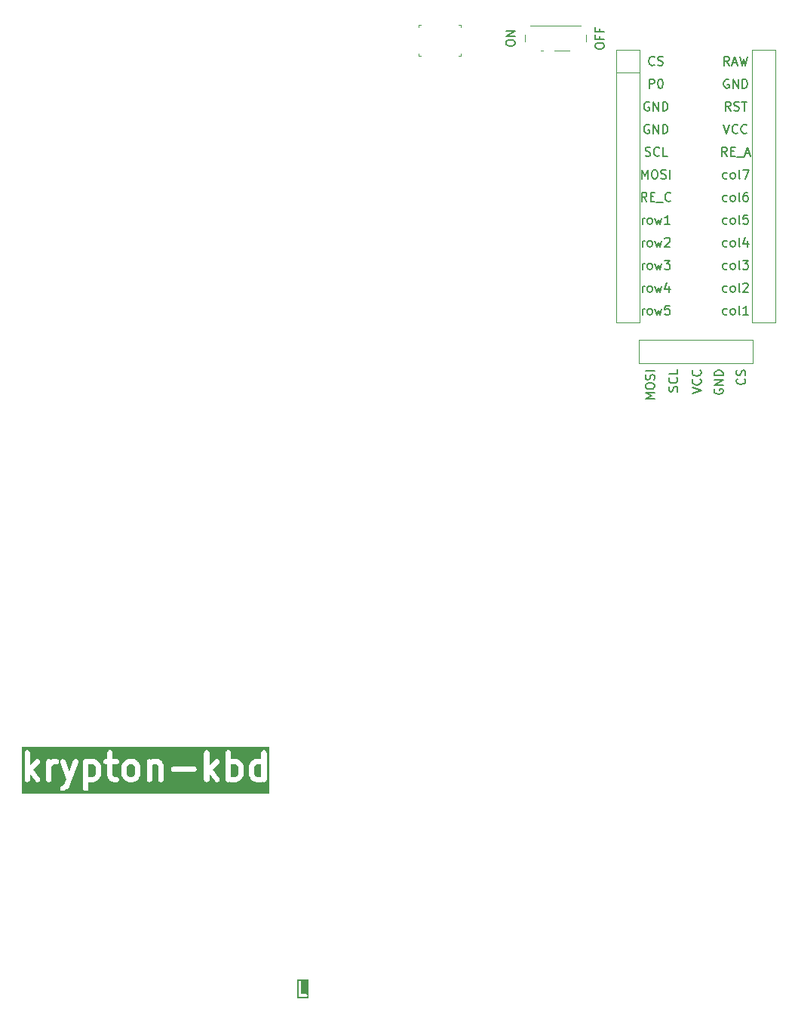
<source format=gbr>
%TF.GenerationSoftware,KiCad,Pcbnew,9.0.0*%
%TF.CreationDate,2025-04-09T21:01:40+02:00*%
%TF.ProjectId,left,6c656674-2e6b-4696-9361-645f70636258,1*%
%TF.SameCoordinates,Original*%
%TF.FileFunction,Legend,Top*%
%TF.FilePolarity,Positive*%
%FSLAX46Y46*%
G04 Gerber Fmt 4.6, Leading zero omitted, Abs format (unit mm)*
G04 Created by KiCad (PCBNEW 9.0.0) date 2025-04-09 21:01:40*
%MOMM*%
%LPD*%
G01*
G04 APERTURE LIST*
%ADD10C,0.600000*%
%ADD11C,0.300000*%
%ADD12C,0.150000*%
%ADD13C,0.100000*%
%ADD14C,0.120000*%
G04 APERTURE END LIST*
D10*
G36*
X186170856Y-157746076D02*
G01*
X186244866Y-157820085D01*
X186334279Y-157998911D01*
X186334279Y-158714414D01*
X186244866Y-158893240D01*
X186170856Y-158967250D01*
X185992030Y-159056663D01*
X185562242Y-159056663D01*
X185505707Y-159028395D01*
X185505707Y-157684930D01*
X185562242Y-157656663D01*
X185992030Y-157656663D01*
X186170856Y-157746076D01*
G37*
G36*
X190599428Y-157746076D02*
G01*
X190673438Y-157820085D01*
X190762851Y-157998911D01*
X190762851Y-158714414D01*
X190673438Y-158893240D01*
X190599428Y-158967250D01*
X190420602Y-159056663D01*
X190133671Y-159056663D01*
X189954844Y-158967250D01*
X189880835Y-158893240D01*
X189791422Y-158714414D01*
X189791422Y-157998911D01*
X189880835Y-157820085D01*
X189954843Y-157746076D01*
X190133671Y-157656663D01*
X190420602Y-157656663D01*
X190599428Y-157746076D01*
G37*
G36*
X202170857Y-157746076D02*
G01*
X202244867Y-157820085D01*
X202334280Y-157998911D01*
X202334280Y-158714414D01*
X202244867Y-158893240D01*
X202170857Y-158967250D01*
X201992031Y-159056663D01*
X201562243Y-159056663D01*
X201505708Y-159028395D01*
X201505708Y-157684930D01*
X201562243Y-157656663D01*
X201992031Y-157656663D01*
X202170857Y-157746076D01*
G37*
G36*
X204905709Y-157684930D02*
G01*
X204905709Y-159028395D01*
X204849174Y-159056663D01*
X204419386Y-159056663D01*
X204240559Y-158967250D01*
X204166550Y-158893240D01*
X204077137Y-158714414D01*
X204077137Y-157998911D01*
X204166550Y-157820085D01*
X204240558Y-157746076D01*
X204419386Y-157656663D01*
X204849174Y-157656663D01*
X204905709Y-157684930D01*
G37*
G36*
X205839042Y-160989241D02*
G01*
X178000946Y-160989241D01*
X178000946Y-156356663D01*
X178334279Y-156356663D01*
X178334279Y-159356663D01*
X178336846Y-159395821D01*
X178357115Y-159471468D01*
X178396273Y-159539291D01*
X178451651Y-159594669D01*
X178519474Y-159633827D01*
X178595121Y-159654096D01*
X178673437Y-159654096D01*
X178749084Y-159633827D01*
X178816907Y-159594669D01*
X178872285Y-159539291D01*
X178911443Y-159471468D01*
X178931712Y-159395821D01*
X178934279Y-159356663D01*
X178934279Y-158732852D01*
X179537136Y-159536663D01*
X179562684Y-159566449D01*
X179624288Y-159614805D01*
X179696308Y-159645569D01*
X179773837Y-159656645D01*
X179851590Y-159647277D01*
X179924269Y-159618104D01*
X179986922Y-159571115D01*
X180035278Y-159509511D01*
X180066042Y-159437491D01*
X180077118Y-159359962D01*
X180067750Y-159282209D01*
X180038577Y-159209530D01*
X180017136Y-159176663D01*
X179316106Y-158241956D01*
X179989268Y-157568795D01*
X180015142Y-157539291D01*
X180054300Y-157471468D01*
X180074569Y-157395821D01*
X180074569Y-157356663D01*
X180762850Y-157356663D01*
X180762850Y-159356663D01*
X180765417Y-159395821D01*
X180785686Y-159471468D01*
X180824844Y-159539291D01*
X180880222Y-159594669D01*
X180948045Y-159633827D01*
X181023692Y-159654096D01*
X181102008Y-159654096D01*
X181177655Y-159633827D01*
X181245478Y-159594669D01*
X181300856Y-159539291D01*
X181340014Y-159471468D01*
X181360283Y-159395821D01*
X181362850Y-159356663D01*
X181362850Y-157998911D01*
X181452262Y-157820085D01*
X181526272Y-157746076D01*
X181705099Y-157656663D01*
X181919993Y-157656663D01*
X181959151Y-157654096D01*
X182034798Y-157633827D01*
X182102621Y-157594669D01*
X182157999Y-157539291D01*
X182197157Y-157471468D01*
X182217426Y-157395821D01*
X182217426Y-157341767D01*
X182334649Y-157341767D01*
X182341004Y-157419824D01*
X182351756Y-157457564D01*
X183027859Y-159350651D01*
X182807175Y-159902358D01*
X182742284Y-159967250D01*
X182500115Y-160088335D01*
X182466239Y-160108143D01*
X182407643Y-160160102D01*
X182364492Y-160225458D01*
X182339726Y-160299755D01*
X182335034Y-160377930D01*
X182350735Y-160454655D01*
X182385759Y-160524703D01*
X182437718Y-160583299D01*
X182503074Y-160626450D01*
X182577371Y-160651216D01*
X182655546Y-160655908D01*
X182732271Y-160640207D01*
X182768443Y-160624991D01*
X183054157Y-160482134D01*
X183088033Y-160462326D01*
X183094794Y-160456330D01*
X183102622Y-160451811D01*
X183132126Y-160425937D01*
X183274983Y-160283079D01*
X183276620Y-160281211D01*
X183277553Y-160280478D01*
X183279232Y-160278233D01*
X183300856Y-160253575D01*
X183311594Y-160234974D01*
X183324467Y-160217769D01*
X183338619Y-160188168D01*
X183340014Y-160185752D01*
X183340319Y-160184610D01*
X183341393Y-160182366D01*
X183627108Y-159468080D01*
X183628850Y-159462733D01*
X183631088Y-159457564D01*
X184345373Y-157457564D01*
X184356125Y-157419824D01*
X184361267Y-157356663D01*
X184905707Y-157356663D01*
X184905707Y-160356663D01*
X184908274Y-160395821D01*
X184928543Y-160471468D01*
X184967701Y-160539291D01*
X185023079Y-160594669D01*
X185090902Y-160633827D01*
X185166549Y-160654096D01*
X185244865Y-160654096D01*
X185320512Y-160633827D01*
X185388335Y-160594669D01*
X185443713Y-160539291D01*
X185482871Y-160471468D01*
X185503140Y-160395821D01*
X185505707Y-160356663D01*
X185505707Y-159656663D01*
X186062850Y-159656663D01*
X186079027Y-159655602D01*
X186084117Y-159655908D01*
X186088712Y-159654967D01*
X186102008Y-159654096D01*
X186131220Y-159646268D01*
X186160842Y-159640207D01*
X186173120Y-159635042D01*
X186177655Y-159633827D01*
X186182074Y-159631275D01*
X186197014Y-159624991D01*
X186482728Y-159482134D01*
X186516604Y-159462326D01*
X186523364Y-159456331D01*
X186531192Y-159451812D01*
X186560696Y-159425938D01*
X186703554Y-159283080D01*
X186729428Y-159253576D01*
X186733947Y-159245748D01*
X186739942Y-159238988D01*
X186759750Y-159205112D01*
X186902607Y-158919398D01*
X186908891Y-158904458D01*
X186911443Y-158900039D01*
X186912658Y-158895504D01*
X186917823Y-158883226D01*
X186923884Y-158853604D01*
X186931712Y-158824392D01*
X186932583Y-158811096D01*
X186933524Y-158806501D01*
X186933218Y-158801411D01*
X186934279Y-158785234D01*
X186934279Y-157928091D01*
X186933218Y-157911913D01*
X186933524Y-157906824D01*
X186932583Y-157902228D01*
X186931712Y-157888933D01*
X186923884Y-157859720D01*
X186917823Y-157830099D01*
X186912658Y-157817820D01*
X186911443Y-157813286D01*
X186908891Y-157808866D01*
X186902607Y-157793927D01*
X186759750Y-157508213D01*
X186739942Y-157474337D01*
X186733946Y-157467575D01*
X186729427Y-157459748D01*
X186703553Y-157430244D01*
X186590813Y-157317505D01*
X187193989Y-157317505D01*
X187193989Y-157395821D01*
X187214258Y-157471468D01*
X187253416Y-157539291D01*
X187308794Y-157594669D01*
X187376617Y-157633827D01*
X187452264Y-157654096D01*
X187491422Y-157656663D01*
X187619993Y-157656663D01*
X187619993Y-158928091D01*
X187621053Y-158944267D01*
X187620748Y-158949357D01*
X187621688Y-158953952D01*
X187622560Y-158967249D01*
X187630387Y-158996462D01*
X187636449Y-159026083D01*
X187641613Y-159038361D01*
X187642829Y-159042896D01*
X187645380Y-159047315D01*
X187651665Y-159062255D01*
X187794522Y-159347970D01*
X187814330Y-159381846D01*
X187826282Y-159395325D01*
X187836214Y-159410367D01*
X187852154Y-159424501D01*
X187866289Y-159440442D01*
X187881330Y-159450373D01*
X187894810Y-159462326D01*
X187928686Y-159482134D01*
X188214401Y-159624991D01*
X188229340Y-159631275D01*
X188233760Y-159633827D01*
X188238294Y-159635042D01*
X188250573Y-159640207D01*
X188280193Y-159646268D01*
X188309407Y-159654096D01*
X188322703Y-159654967D01*
X188327299Y-159655908D01*
X188332388Y-159655602D01*
X188348565Y-159656663D01*
X188634279Y-159656663D01*
X188673437Y-159654096D01*
X188749084Y-159633827D01*
X188816907Y-159594669D01*
X188872285Y-159539291D01*
X188911443Y-159471468D01*
X188931712Y-159395821D01*
X188931712Y-159317505D01*
X188911443Y-159241858D01*
X188872285Y-159174035D01*
X188816907Y-159118657D01*
X188749084Y-159079499D01*
X188673437Y-159059230D01*
X188634279Y-159056663D01*
X188419385Y-159056663D01*
X188286456Y-158990199D01*
X188219993Y-158857271D01*
X188219993Y-157928091D01*
X189191422Y-157928091D01*
X189191422Y-158785234D01*
X189192482Y-158801411D01*
X189192177Y-158806501D01*
X189193117Y-158811096D01*
X189193989Y-158824392D01*
X189201816Y-158853604D01*
X189207878Y-158883226D01*
X189213042Y-158895504D01*
X189214258Y-158900039D01*
X189216809Y-158904458D01*
X189223094Y-158919398D01*
X189365951Y-159205112D01*
X189385759Y-159238988D01*
X189391755Y-159245750D01*
X189396273Y-159253575D01*
X189422146Y-159283079D01*
X189565003Y-159425937D01*
X189594507Y-159451811D01*
X189602334Y-159456330D01*
X189609096Y-159462326D01*
X189642972Y-159482134D01*
X189928687Y-159624991D01*
X189943626Y-159631275D01*
X189948046Y-159633827D01*
X189952580Y-159635042D01*
X189964859Y-159640207D01*
X189994479Y-159646268D01*
X190023693Y-159654096D01*
X190036989Y-159654967D01*
X190041585Y-159655908D01*
X190046674Y-159655602D01*
X190062851Y-159656663D01*
X190491422Y-159656663D01*
X190507599Y-159655602D01*
X190512689Y-159655908D01*
X190517284Y-159654967D01*
X190530580Y-159654096D01*
X190559792Y-159646268D01*
X190589414Y-159640207D01*
X190601692Y-159635042D01*
X190606227Y-159633827D01*
X190610646Y-159631275D01*
X190625586Y-159624991D01*
X190911300Y-159482134D01*
X190945176Y-159462326D01*
X190951936Y-159456331D01*
X190959764Y-159451812D01*
X190989268Y-159425938D01*
X191132126Y-159283080D01*
X191158000Y-159253576D01*
X191162519Y-159245748D01*
X191168514Y-159238988D01*
X191188322Y-159205112D01*
X191331179Y-158919398D01*
X191337463Y-158904458D01*
X191340015Y-158900039D01*
X191341230Y-158895504D01*
X191346395Y-158883226D01*
X191352456Y-158853604D01*
X191360284Y-158824392D01*
X191361155Y-158811096D01*
X191362096Y-158806501D01*
X191361790Y-158801411D01*
X191362851Y-158785234D01*
X191362851Y-157928091D01*
X191361790Y-157911913D01*
X191362096Y-157906824D01*
X191361155Y-157902228D01*
X191360284Y-157888933D01*
X191352456Y-157859720D01*
X191346395Y-157830099D01*
X191341230Y-157817820D01*
X191340015Y-157813286D01*
X191337463Y-157808866D01*
X191331179Y-157793927D01*
X191188322Y-157508213D01*
X191168514Y-157474337D01*
X191162518Y-157467575D01*
X191157999Y-157459748D01*
X191132125Y-157430244D01*
X191058543Y-157356663D01*
X192048565Y-157356663D01*
X192048565Y-159356663D01*
X192051132Y-159395821D01*
X192071401Y-159471468D01*
X192110559Y-159539291D01*
X192165937Y-159594669D01*
X192233760Y-159633827D01*
X192309407Y-159654096D01*
X192387723Y-159654096D01*
X192463370Y-159633827D01*
X192531193Y-159594669D01*
X192586571Y-159539291D01*
X192625729Y-159471468D01*
X192645998Y-159395821D01*
X192648565Y-159356663D01*
X192648565Y-157766641D01*
X192669129Y-157746076D01*
X192847957Y-157656663D01*
X193134888Y-157656663D01*
X193267815Y-157723126D01*
X193334280Y-157856054D01*
X193334280Y-159356663D01*
X193336847Y-159395821D01*
X193357116Y-159471468D01*
X193396274Y-159539291D01*
X193451652Y-159594669D01*
X193519475Y-159633827D01*
X193595122Y-159654096D01*
X193673438Y-159654096D01*
X193749085Y-159633827D01*
X193816908Y-159594669D01*
X193872286Y-159539291D01*
X193911444Y-159471468D01*
X193931713Y-159395821D01*
X193934280Y-159356663D01*
X193934280Y-158174648D01*
X194765418Y-158174648D01*
X194765418Y-158252964D01*
X194785687Y-158328611D01*
X194824845Y-158396434D01*
X194880223Y-158451812D01*
X194948046Y-158490970D01*
X195023693Y-158511239D01*
X195062851Y-158513806D01*
X197348566Y-158513806D01*
X197387724Y-158511239D01*
X197463371Y-158490970D01*
X197531194Y-158451812D01*
X197586572Y-158396434D01*
X197625730Y-158328611D01*
X197645999Y-158252964D01*
X197645999Y-158174648D01*
X197625730Y-158099001D01*
X197586572Y-158031178D01*
X197531194Y-157975800D01*
X197463371Y-157936642D01*
X197387724Y-157916373D01*
X197348566Y-157913806D01*
X195062851Y-157913806D01*
X195023693Y-157916373D01*
X194948046Y-157936642D01*
X194880223Y-157975800D01*
X194824845Y-158031178D01*
X194785687Y-158099001D01*
X194765418Y-158174648D01*
X193934280Y-158174648D01*
X193934280Y-157785234D01*
X193933219Y-157769056D01*
X193933525Y-157763966D01*
X193932584Y-157759370D01*
X193931713Y-157746076D01*
X193923886Y-157716866D01*
X193917824Y-157687241D01*
X193912658Y-157674960D01*
X193911444Y-157670429D01*
X193908894Y-157666012D01*
X193902608Y-157651069D01*
X193759750Y-157365355D01*
X193739942Y-157331479D01*
X193727986Y-157317996D01*
X193718058Y-157302959D01*
X193702118Y-157288824D01*
X193687982Y-157272883D01*
X193672941Y-157262952D01*
X193659462Y-157251000D01*
X193625586Y-157231192D01*
X193339872Y-157088335D01*
X193324932Y-157082050D01*
X193320513Y-157079499D01*
X193315978Y-157078283D01*
X193303700Y-157073119D01*
X193274078Y-157067057D01*
X193244866Y-157059230D01*
X193231570Y-157058358D01*
X193226975Y-157057418D01*
X193221885Y-157057723D01*
X193205708Y-157056663D01*
X192777137Y-157056663D01*
X192760960Y-157057723D01*
X192755871Y-157057418D01*
X192751275Y-157058358D01*
X192737979Y-157059230D01*
X192708765Y-157067057D01*
X192679145Y-157073119D01*
X192666866Y-157078283D01*
X192662332Y-157079499D01*
X192657912Y-157082050D01*
X192642973Y-157088335D01*
X192548238Y-157135702D01*
X192531193Y-157118657D01*
X192463370Y-157079499D01*
X192387723Y-157059230D01*
X192309407Y-157059230D01*
X192233760Y-157079499D01*
X192165937Y-157118657D01*
X192110559Y-157174035D01*
X192071401Y-157241858D01*
X192051132Y-157317505D01*
X192048565Y-157356663D01*
X191058543Y-157356663D01*
X190989267Y-157287387D01*
X190959763Y-157261514D01*
X190951938Y-157256996D01*
X190945176Y-157251000D01*
X190911300Y-157231192D01*
X190625586Y-157088335D01*
X190610646Y-157082050D01*
X190606227Y-157079499D01*
X190601692Y-157078283D01*
X190589414Y-157073119D01*
X190559792Y-157067057D01*
X190530580Y-157059230D01*
X190517284Y-157058358D01*
X190512689Y-157057418D01*
X190507599Y-157057723D01*
X190491422Y-157056663D01*
X190062851Y-157056663D01*
X190046674Y-157057723D01*
X190041585Y-157057418D01*
X190036989Y-157058358D01*
X190023693Y-157059230D01*
X189994479Y-157067057D01*
X189964859Y-157073119D01*
X189952580Y-157078283D01*
X189948046Y-157079499D01*
X189943626Y-157082050D01*
X189928687Y-157088335D01*
X189642972Y-157231192D01*
X189609096Y-157251000D01*
X189602335Y-157256994D01*
X189594508Y-157261514D01*
X189565004Y-157287388D01*
X189422147Y-157430245D01*
X189396273Y-157459749D01*
X189391753Y-157467576D01*
X189385759Y-157474337D01*
X189365951Y-157508213D01*
X189223094Y-157793927D01*
X189216809Y-157808866D01*
X189214258Y-157813286D01*
X189213042Y-157817820D01*
X189207878Y-157830099D01*
X189201816Y-157859720D01*
X189193989Y-157888933D01*
X189193117Y-157902228D01*
X189192177Y-157906824D01*
X189192482Y-157911913D01*
X189191422Y-157928091D01*
X188219993Y-157928091D01*
X188219993Y-157656663D01*
X188634279Y-157656663D01*
X188673437Y-157654096D01*
X188749084Y-157633827D01*
X188816907Y-157594669D01*
X188872285Y-157539291D01*
X188911443Y-157471468D01*
X188931712Y-157395821D01*
X188931712Y-157317505D01*
X188911443Y-157241858D01*
X188872285Y-157174035D01*
X188816907Y-157118657D01*
X188749084Y-157079499D01*
X188673437Y-157059230D01*
X188634279Y-157056663D01*
X188219993Y-157056663D01*
X188219993Y-156356663D01*
X198477137Y-156356663D01*
X198477137Y-159356663D01*
X198479704Y-159395821D01*
X198499973Y-159471468D01*
X198539131Y-159539291D01*
X198594509Y-159594669D01*
X198662332Y-159633827D01*
X198737979Y-159654096D01*
X198816295Y-159654096D01*
X198891942Y-159633827D01*
X198959765Y-159594669D01*
X199015143Y-159539291D01*
X199054301Y-159471468D01*
X199074570Y-159395821D01*
X199077137Y-159356663D01*
X199077137Y-158732852D01*
X199679994Y-159536663D01*
X199705542Y-159566449D01*
X199767146Y-159614805D01*
X199839166Y-159645569D01*
X199916695Y-159656645D01*
X199994448Y-159647277D01*
X200067127Y-159618104D01*
X200129780Y-159571115D01*
X200178136Y-159509511D01*
X200208900Y-159437491D01*
X200219976Y-159359962D01*
X200210608Y-159282209D01*
X200181435Y-159209530D01*
X200159994Y-159176663D01*
X199458964Y-158241956D01*
X200132126Y-157568795D01*
X200158000Y-157539291D01*
X200197158Y-157471468D01*
X200217427Y-157395821D01*
X200217427Y-157317505D01*
X200197158Y-157241858D01*
X200158000Y-157174035D01*
X200102622Y-157118657D01*
X200034799Y-157079499D01*
X199959152Y-157059230D01*
X199880836Y-157059230D01*
X199805189Y-157079499D01*
X199737366Y-157118657D01*
X199707862Y-157144531D01*
X199077137Y-157775256D01*
X199077137Y-156356663D01*
X200905708Y-156356663D01*
X200905708Y-159356663D01*
X200908275Y-159395821D01*
X200928544Y-159471468D01*
X200967702Y-159539291D01*
X201023080Y-159594669D01*
X201090903Y-159633827D01*
X201166550Y-159654096D01*
X201244866Y-159654096D01*
X201320513Y-159633827D01*
X201345768Y-159619245D01*
X201357259Y-159624991D01*
X201372198Y-159631275D01*
X201376618Y-159633827D01*
X201381152Y-159635042D01*
X201393431Y-159640207D01*
X201423051Y-159646268D01*
X201452265Y-159654096D01*
X201465561Y-159654967D01*
X201470157Y-159655908D01*
X201475246Y-159655602D01*
X201491423Y-159656663D01*
X202062851Y-159656663D01*
X202079028Y-159655602D01*
X202084118Y-159655908D01*
X202088713Y-159654967D01*
X202102009Y-159654096D01*
X202131221Y-159646268D01*
X202160843Y-159640207D01*
X202173121Y-159635042D01*
X202177656Y-159633827D01*
X202182075Y-159631275D01*
X202197015Y-159624991D01*
X202482729Y-159482134D01*
X202516605Y-159462326D01*
X202523365Y-159456331D01*
X202531193Y-159451812D01*
X202560697Y-159425938D01*
X202703555Y-159283080D01*
X202729429Y-159253576D01*
X202733948Y-159245748D01*
X202739943Y-159238988D01*
X202759751Y-159205112D01*
X202902608Y-158919398D01*
X202908892Y-158904458D01*
X202911444Y-158900039D01*
X202912659Y-158895504D01*
X202917824Y-158883226D01*
X202923885Y-158853604D01*
X202931713Y-158824392D01*
X202932584Y-158811096D01*
X202933525Y-158806501D01*
X202933219Y-158801411D01*
X202934280Y-158785234D01*
X202934280Y-157928091D01*
X203477137Y-157928091D01*
X203477137Y-158785234D01*
X203478197Y-158801411D01*
X203477892Y-158806501D01*
X203478832Y-158811096D01*
X203479704Y-158824392D01*
X203487531Y-158853604D01*
X203493593Y-158883226D01*
X203498757Y-158895504D01*
X203499973Y-158900039D01*
X203502524Y-158904458D01*
X203508809Y-158919398D01*
X203651666Y-159205112D01*
X203671474Y-159238988D01*
X203677470Y-159245750D01*
X203681988Y-159253575D01*
X203707861Y-159283079D01*
X203850718Y-159425937D01*
X203880222Y-159451811D01*
X203888049Y-159456330D01*
X203894811Y-159462326D01*
X203928687Y-159482134D01*
X204214402Y-159624991D01*
X204229341Y-159631275D01*
X204233761Y-159633827D01*
X204238295Y-159635042D01*
X204250574Y-159640207D01*
X204280194Y-159646268D01*
X204309408Y-159654096D01*
X204322704Y-159654967D01*
X204327300Y-159655908D01*
X204332389Y-159655602D01*
X204348566Y-159656663D01*
X204919994Y-159656663D01*
X204936170Y-159655602D01*
X204941260Y-159655908D01*
X204945855Y-159654967D01*
X204959152Y-159654096D01*
X204988365Y-159646268D01*
X205017986Y-159640207D01*
X205030264Y-159635042D01*
X205034799Y-159633827D01*
X205039218Y-159631275D01*
X205054158Y-159624991D01*
X205065648Y-159619245D01*
X205090904Y-159633827D01*
X205166551Y-159654096D01*
X205244867Y-159654096D01*
X205320514Y-159633827D01*
X205388337Y-159594669D01*
X205443715Y-159539291D01*
X205482873Y-159471468D01*
X205503142Y-159395821D01*
X205505709Y-159356663D01*
X205505709Y-156356663D01*
X205503142Y-156317505D01*
X205482873Y-156241858D01*
X205443715Y-156174035D01*
X205388337Y-156118657D01*
X205320514Y-156079499D01*
X205244867Y-156059230D01*
X205166551Y-156059230D01*
X205090904Y-156079499D01*
X205023081Y-156118657D01*
X204967703Y-156174035D01*
X204928545Y-156241858D01*
X204908276Y-156317505D01*
X204905709Y-156356663D01*
X204905709Y-157056663D01*
X204348566Y-157056663D01*
X204332389Y-157057723D01*
X204327300Y-157057418D01*
X204322704Y-157058358D01*
X204309408Y-157059230D01*
X204280194Y-157067057D01*
X204250574Y-157073119D01*
X204238295Y-157078283D01*
X204233761Y-157079499D01*
X204229341Y-157082050D01*
X204214402Y-157088335D01*
X203928687Y-157231192D01*
X203894811Y-157251000D01*
X203888050Y-157256994D01*
X203880223Y-157261514D01*
X203850719Y-157287388D01*
X203707862Y-157430245D01*
X203681988Y-157459749D01*
X203677468Y-157467576D01*
X203671474Y-157474337D01*
X203651666Y-157508213D01*
X203508809Y-157793927D01*
X203502524Y-157808866D01*
X203499973Y-157813286D01*
X203498757Y-157817820D01*
X203493593Y-157830099D01*
X203487531Y-157859720D01*
X203479704Y-157888933D01*
X203478832Y-157902228D01*
X203477892Y-157906824D01*
X203478197Y-157911913D01*
X203477137Y-157928091D01*
X202934280Y-157928091D01*
X202933219Y-157911913D01*
X202933525Y-157906824D01*
X202932584Y-157902228D01*
X202931713Y-157888933D01*
X202923885Y-157859720D01*
X202917824Y-157830099D01*
X202912659Y-157817820D01*
X202911444Y-157813286D01*
X202908892Y-157808866D01*
X202902608Y-157793927D01*
X202759751Y-157508213D01*
X202739943Y-157474337D01*
X202733947Y-157467575D01*
X202729428Y-157459748D01*
X202703554Y-157430244D01*
X202560696Y-157287387D01*
X202531192Y-157261514D01*
X202523367Y-157256996D01*
X202516605Y-157251000D01*
X202482729Y-157231192D01*
X202197015Y-157088335D01*
X202182075Y-157082050D01*
X202177656Y-157079499D01*
X202173121Y-157078283D01*
X202160843Y-157073119D01*
X202131221Y-157067057D01*
X202102009Y-157059230D01*
X202088713Y-157058358D01*
X202084118Y-157057418D01*
X202079028Y-157057723D01*
X202062851Y-157056663D01*
X201505708Y-157056663D01*
X201505708Y-156356663D01*
X201503141Y-156317505D01*
X201482872Y-156241858D01*
X201443714Y-156174035D01*
X201388336Y-156118657D01*
X201320513Y-156079499D01*
X201244866Y-156059230D01*
X201166550Y-156059230D01*
X201090903Y-156079499D01*
X201023080Y-156118657D01*
X200967702Y-156174035D01*
X200928544Y-156241858D01*
X200908275Y-156317505D01*
X200905708Y-156356663D01*
X199077137Y-156356663D01*
X199074570Y-156317505D01*
X199054301Y-156241858D01*
X199015143Y-156174035D01*
X198959765Y-156118657D01*
X198891942Y-156079499D01*
X198816295Y-156059230D01*
X198737979Y-156059230D01*
X198662332Y-156079499D01*
X198594509Y-156118657D01*
X198539131Y-156174035D01*
X198499973Y-156241858D01*
X198479704Y-156317505D01*
X198477137Y-156356663D01*
X188219993Y-156356663D01*
X188217426Y-156317505D01*
X188197157Y-156241858D01*
X188157999Y-156174035D01*
X188102621Y-156118657D01*
X188034798Y-156079499D01*
X187959151Y-156059230D01*
X187880835Y-156059230D01*
X187805188Y-156079499D01*
X187737365Y-156118657D01*
X187681987Y-156174035D01*
X187642829Y-156241858D01*
X187622560Y-156317505D01*
X187619993Y-156356663D01*
X187619993Y-157056663D01*
X187491422Y-157056663D01*
X187452264Y-157059230D01*
X187376617Y-157079499D01*
X187308794Y-157118657D01*
X187253416Y-157174035D01*
X187214258Y-157241858D01*
X187193989Y-157317505D01*
X186590813Y-157317505D01*
X186560695Y-157287387D01*
X186531191Y-157261514D01*
X186523366Y-157256996D01*
X186516604Y-157251000D01*
X186482728Y-157231192D01*
X186197014Y-157088335D01*
X186182074Y-157082050D01*
X186177655Y-157079499D01*
X186173120Y-157078283D01*
X186160842Y-157073119D01*
X186131220Y-157067057D01*
X186102008Y-157059230D01*
X186088712Y-157058358D01*
X186084117Y-157057418D01*
X186079027Y-157057723D01*
X186062850Y-157056663D01*
X185491422Y-157056663D01*
X185475245Y-157057723D01*
X185470156Y-157057418D01*
X185465560Y-157058358D01*
X185452264Y-157059230D01*
X185423050Y-157067057D01*
X185393430Y-157073119D01*
X185381151Y-157078283D01*
X185376617Y-157079499D01*
X185372197Y-157082050D01*
X185357258Y-157088335D01*
X185345767Y-157094080D01*
X185320512Y-157079499D01*
X185244865Y-157059230D01*
X185166549Y-157059230D01*
X185090902Y-157079499D01*
X185023079Y-157118657D01*
X184967701Y-157174035D01*
X184928543Y-157241858D01*
X184908274Y-157317505D01*
X184905707Y-157356663D01*
X184361267Y-157356663D01*
X184362480Y-157341766D01*
X184348415Y-157264724D01*
X184314889Y-157193947D01*
X184264187Y-157134259D01*
X184199764Y-157089728D01*
X184126011Y-157063387D01*
X184047954Y-157057033D01*
X183970912Y-157071098D01*
X183900134Y-157104624D01*
X183840446Y-157155326D01*
X183795915Y-157219749D01*
X183780327Y-157255762D01*
X183348564Y-158464698D01*
X182916802Y-157255762D01*
X182901214Y-157219749D01*
X182856683Y-157155326D01*
X182796995Y-157104624D01*
X182726217Y-157071098D01*
X182649175Y-157057033D01*
X182571118Y-157063388D01*
X182497365Y-157089728D01*
X182432942Y-157134259D01*
X182382240Y-157193947D01*
X182348714Y-157264725D01*
X182334649Y-157341767D01*
X182217426Y-157341767D01*
X182217426Y-157317505D01*
X182197157Y-157241858D01*
X182157999Y-157174035D01*
X182102621Y-157118657D01*
X182034798Y-157079499D01*
X181959151Y-157059230D01*
X181919993Y-157056663D01*
X181634279Y-157056663D01*
X181618101Y-157057723D01*
X181613012Y-157057418D01*
X181608416Y-157058358D01*
X181595121Y-157059230D01*
X181565908Y-157067057D01*
X181536287Y-157073119D01*
X181524008Y-157078283D01*
X181519474Y-157079499D01*
X181515054Y-157082050D01*
X181500115Y-157088335D01*
X181307096Y-157184844D01*
X181300856Y-157174035D01*
X181245478Y-157118657D01*
X181177655Y-157079499D01*
X181102008Y-157059230D01*
X181023692Y-157059230D01*
X180948045Y-157079499D01*
X180880222Y-157118657D01*
X180824844Y-157174035D01*
X180785686Y-157241858D01*
X180765417Y-157317505D01*
X180762850Y-157356663D01*
X180074569Y-157356663D01*
X180074569Y-157317505D01*
X180054300Y-157241858D01*
X180015142Y-157174035D01*
X179959764Y-157118657D01*
X179891941Y-157079499D01*
X179816294Y-157059230D01*
X179737978Y-157059230D01*
X179662331Y-157079499D01*
X179594508Y-157118657D01*
X179565004Y-157144531D01*
X178934279Y-157775256D01*
X178934279Y-156356663D01*
X178931712Y-156317505D01*
X178911443Y-156241858D01*
X178872285Y-156174035D01*
X178816907Y-156118657D01*
X178749084Y-156079499D01*
X178673437Y-156059230D01*
X178595121Y-156059230D01*
X178519474Y-156079499D01*
X178451651Y-156118657D01*
X178396273Y-156174035D01*
X178357115Y-156241858D01*
X178336846Y-156317505D01*
X178334279Y-156356663D01*
X178000946Y-156356663D01*
X178000946Y-155725897D01*
X205839042Y-155725897D01*
X205839042Y-160989241D01*
G37*
D11*
G36*
X210246646Y-183891821D02*
G01*
X208901908Y-183891821D01*
X208901908Y-182075154D01*
X209068575Y-182075154D01*
X209068575Y-183575154D01*
X209071457Y-183604418D01*
X209093855Y-183658490D01*
X209135239Y-183699874D01*
X209189311Y-183722272D01*
X209218575Y-183725154D01*
X209932861Y-183725154D01*
X209962125Y-183722272D01*
X210016197Y-183699874D01*
X210057581Y-183658490D01*
X210079979Y-183604418D01*
X210079979Y-183545890D01*
X210057581Y-183491818D01*
X210016197Y-183450434D01*
X209962125Y-183428036D01*
X209932861Y-183425154D01*
X209368575Y-183425154D01*
X209368575Y-182075154D01*
X209365693Y-182045890D01*
X209343295Y-181991818D01*
X209301911Y-181950434D01*
X209247839Y-181928036D01*
X209189311Y-181928036D01*
X209135239Y-181950434D01*
X209093855Y-181991818D01*
X209071457Y-182045890D01*
X209068575Y-182075154D01*
X208901908Y-182075154D01*
X208901908Y-181761369D01*
X210246646Y-181761369D01*
X210246646Y-183891821D01*
G37*
D12*
X248176185Y-94544821D02*
X247842852Y-94068630D01*
X247604757Y-94544821D02*
X247604757Y-93544821D01*
X247604757Y-93544821D02*
X247985709Y-93544821D01*
X247985709Y-93544821D02*
X248080947Y-93592440D01*
X248080947Y-93592440D02*
X248128566Y-93640059D01*
X248128566Y-93640059D02*
X248176185Y-93735297D01*
X248176185Y-93735297D02*
X248176185Y-93878154D01*
X248176185Y-93878154D02*
X248128566Y-93973392D01*
X248128566Y-93973392D02*
X248080947Y-94021011D01*
X248080947Y-94021011D02*
X247985709Y-94068630D01*
X247985709Y-94068630D02*
X247604757Y-94068630D01*
X248604757Y-94021011D02*
X248938090Y-94021011D01*
X249080947Y-94544821D02*
X248604757Y-94544821D01*
X248604757Y-94544821D02*
X248604757Y-93544821D01*
X248604757Y-93544821D02*
X249080947Y-93544821D01*
X249271424Y-94640059D02*
X250033328Y-94640059D01*
X250842852Y-94449582D02*
X250795233Y-94497202D01*
X250795233Y-94497202D02*
X250652376Y-94544821D01*
X250652376Y-94544821D02*
X250557138Y-94544821D01*
X250557138Y-94544821D02*
X250414281Y-94497202D01*
X250414281Y-94497202D02*
X250319043Y-94401963D01*
X250319043Y-94401963D02*
X250271424Y-94306725D01*
X250271424Y-94306725D02*
X250223805Y-94116249D01*
X250223805Y-94116249D02*
X250223805Y-93973392D01*
X250223805Y-93973392D02*
X250271424Y-93782916D01*
X250271424Y-93782916D02*
X250319043Y-93687678D01*
X250319043Y-93687678D02*
X250414281Y-93592440D01*
X250414281Y-93592440D02*
X250557138Y-93544821D01*
X250557138Y-93544821D02*
X250652376Y-93544821D01*
X250652376Y-93544821D02*
X250795233Y-93592440D01*
X250795233Y-93592440D02*
X250842852Y-93640059D01*
X248438090Y-85972440D02*
X248342852Y-85924821D01*
X248342852Y-85924821D02*
X248199995Y-85924821D01*
X248199995Y-85924821D02*
X248057138Y-85972440D01*
X248057138Y-85972440D02*
X247961900Y-86067678D01*
X247961900Y-86067678D02*
X247914281Y-86162916D01*
X247914281Y-86162916D02*
X247866662Y-86353392D01*
X247866662Y-86353392D02*
X247866662Y-86496249D01*
X247866662Y-86496249D02*
X247914281Y-86686725D01*
X247914281Y-86686725D02*
X247961900Y-86781963D01*
X247961900Y-86781963D02*
X248057138Y-86877202D01*
X248057138Y-86877202D02*
X248199995Y-86924821D01*
X248199995Y-86924821D02*
X248295233Y-86924821D01*
X248295233Y-86924821D02*
X248438090Y-86877202D01*
X248438090Y-86877202D02*
X248485709Y-86829582D01*
X248485709Y-86829582D02*
X248485709Y-86496249D01*
X248485709Y-86496249D02*
X248295233Y-86496249D01*
X248914281Y-86924821D02*
X248914281Y-85924821D01*
X248914281Y-85924821D02*
X249485709Y-86924821D01*
X249485709Y-86924821D02*
X249485709Y-85924821D01*
X249961900Y-86924821D02*
X249961900Y-85924821D01*
X249961900Y-85924821D02*
X250199995Y-85924821D01*
X250199995Y-85924821D02*
X250342852Y-85972440D01*
X250342852Y-85972440D02*
X250438090Y-86067678D01*
X250438090Y-86067678D02*
X250485709Y-86162916D01*
X250485709Y-86162916D02*
X250533328Y-86353392D01*
X250533328Y-86353392D02*
X250533328Y-86496249D01*
X250533328Y-86496249D02*
X250485709Y-86686725D01*
X250485709Y-86686725D02*
X250438090Y-86781963D01*
X250438090Y-86781963D02*
X250342852Y-86877202D01*
X250342852Y-86877202D02*
X250199995Y-86924821D01*
X250199995Y-86924821D02*
X249961900Y-86924821D01*
X257592375Y-84384821D02*
X257259042Y-83908630D01*
X257020947Y-84384821D02*
X257020947Y-83384821D01*
X257020947Y-83384821D02*
X257401899Y-83384821D01*
X257401899Y-83384821D02*
X257497137Y-83432440D01*
X257497137Y-83432440D02*
X257544756Y-83480059D01*
X257544756Y-83480059D02*
X257592375Y-83575297D01*
X257592375Y-83575297D02*
X257592375Y-83718154D01*
X257592375Y-83718154D02*
X257544756Y-83813392D01*
X257544756Y-83813392D02*
X257497137Y-83861011D01*
X257497137Y-83861011D02*
X257401899Y-83908630D01*
X257401899Y-83908630D02*
X257020947Y-83908630D01*
X257973328Y-84337202D02*
X258116185Y-84384821D01*
X258116185Y-84384821D02*
X258354280Y-84384821D01*
X258354280Y-84384821D02*
X258449518Y-84337202D01*
X258449518Y-84337202D02*
X258497137Y-84289582D01*
X258497137Y-84289582D02*
X258544756Y-84194344D01*
X258544756Y-84194344D02*
X258544756Y-84099106D01*
X258544756Y-84099106D02*
X258497137Y-84003868D01*
X258497137Y-84003868D02*
X258449518Y-83956249D01*
X258449518Y-83956249D02*
X258354280Y-83908630D01*
X258354280Y-83908630D02*
X258163804Y-83861011D01*
X258163804Y-83861011D02*
X258068566Y-83813392D01*
X258068566Y-83813392D02*
X258020947Y-83765773D01*
X258020947Y-83765773D02*
X257973328Y-83670535D01*
X257973328Y-83670535D02*
X257973328Y-83575297D01*
X257973328Y-83575297D02*
X258020947Y-83480059D01*
X258020947Y-83480059D02*
X258068566Y-83432440D01*
X258068566Y-83432440D02*
X258163804Y-83384821D01*
X258163804Y-83384821D02*
X258401899Y-83384821D01*
X258401899Y-83384821D02*
X258544756Y-83432440D01*
X258830471Y-83384821D02*
X259401899Y-83384821D01*
X259116185Y-84384821D02*
X259116185Y-83384821D01*
X257187613Y-104657202D02*
X257092375Y-104704821D01*
X257092375Y-104704821D02*
X256901899Y-104704821D01*
X256901899Y-104704821D02*
X256806661Y-104657202D01*
X256806661Y-104657202D02*
X256759042Y-104609582D01*
X256759042Y-104609582D02*
X256711423Y-104514344D01*
X256711423Y-104514344D02*
X256711423Y-104228630D01*
X256711423Y-104228630D02*
X256759042Y-104133392D01*
X256759042Y-104133392D02*
X256806661Y-104085773D01*
X256806661Y-104085773D02*
X256901899Y-104038154D01*
X256901899Y-104038154D02*
X257092375Y-104038154D01*
X257092375Y-104038154D02*
X257187613Y-104085773D01*
X257759042Y-104704821D02*
X257663804Y-104657202D01*
X257663804Y-104657202D02*
X257616185Y-104609582D01*
X257616185Y-104609582D02*
X257568566Y-104514344D01*
X257568566Y-104514344D02*
X257568566Y-104228630D01*
X257568566Y-104228630D02*
X257616185Y-104133392D01*
X257616185Y-104133392D02*
X257663804Y-104085773D01*
X257663804Y-104085773D02*
X257759042Y-104038154D01*
X257759042Y-104038154D02*
X257901899Y-104038154D01*
X257901899Y-104038154D02*
X257997137Y-104085773D01*
X257997137Y-104085773D02*
X258044756Y-104133392D01*
X258044756Y-104133392D02*
X258092375Y-104228630D01*
X258092375Y-104228630D02*
X258092375Y-104514344D01*
X258092375Y-104514344D02*
X258044756Y-104609582D01*
X258044756Y-104609582D02*
X257997137Y-104657202D01*
X257997137Y-104657202D02*
X257901899Y-104704821D01*
X257901899Y-104704821D02*
X257759042Y-104704821D01*
X258663804Y-104704821D02*
X258568566Y-104657202D01*
X258568566Y-104657202D02*
X258520947Y-104561963D01*
X258520947Y-104561963D02*
X258520947Y-103704821D01*
X258997138Y-103800059D02*
X259044757Y-103752440D01*
X259044757Y-103752440D02*
X259139995Y-103704821D01*
X259139995Y-103704821D02*
X259378090Y-103704821D01*
X259378090Y-103704821D02*
X259473328Y-103752440D01*
X259473328Y-103752440D02*
X259520947Y-103800059D01*
X259520947Y-103800059D02*
X259568566Y-103895297D01*
X259568566Y-103895297D02*
X259568566Y-103990535D01*
X259568566Y-103990535D02*
X259520947Y-104133392D01*
X259520947Y-104133392D02*
X258949519Y-104704821D01*
X258949519Y-104704821D02*
X259568566Y-104704821D01*
X248438090Y-83432440D02*
X248342852Y-83384821D01*
X248342852Y-83384821D02*
X248199995Y-83384821D01*
X248199995Y-83384821D02*
X248057138Y-83432440D01*
X248057138Y-83432440D02*
X247961900Y-83527678D01*
X247961900Y-83527678D02*
X247914281Y-83622916D01*
X247914281Y-83622916D02*
X247866662Y-83813392D01*
X247866662Y-83813392D02*
X247866662Y-83956249D01*
X247866662Y-83956249D02*
X247914281Y-84146725D01*
X247914281Y-84146725D02*
X247961900Y-84241963D01*
X247961900Y-84241963D02*
X248057138Y-84337202D01*
X248057138Y-84337202D02*
X248199995Y-84384821D01*
X248199995Y-84384821D02*
X248295233Y-84384821D01*
X248295233Y-84384821D02*
X248438090Y-84337202D01*
X248438090Y-84337202D02*
X248485709Y-84289582D01*
X248485709Y-84289582D02*
X248485709Y-83956249D01*
X248485709Y-83956249D02*
X248295233Y-83956249D01*
X248914281Y-84384821D02*
X248914281Y-83384821D01*
X248914281Y-83384821D02*
X249485709Y-84384821D01*
X249485709Y-84384821D02*
X249485709Y-83384821D01*
X249961900Y-84384821D02*
X249961900Y-83384821D01*
X249961900Y-83384821D02*
X250199995Y-83384821D01*
X250199995Y-83384821D02*
X250342852Y-83432440D01*
X250342852Y-83432440D02*
X250438090Y-83527678D01*
X250438090Y-83527678D02*
X250485709Y-83622916D01*
X250485709Y-83622916D02*
X250533328Y-83813392D01*
X250533328Y-83813392D02*
X250533328Y-83956249D01*
X250533328Y-83956249D02*
X250485709Y-84146725D01*
X250485709Y-84146725D02*
X250438090Y-84241963D01*
X250438090Y-84241963D02*
X250342852Y-84337202D01*
X250342852Y-84337202D02*
X250199995Y-84384821D01*
X250199995Y-84384821D02*
X249961900Y-84384821D01*
X248009519Y-89417202D02*
X248152376Y-89464821D01*
X248152376Y-89464821D02*
X248390471Y-89464821D01*
X248390471Y-89464821D02*
X248485709Y-89417202D01*
X248485709Y-89417202D02*
X248533328Y-89369582D01*
X248533328Y-89369582D02*
X248580947Y-89274344D01*
X248580947Y-89274344D02*
X248580947Y-89179106D01*
X248580947Y-89179106D02*
X248533328Y-89083868D01*
X248533328Y-89083868D02*
X248485709Y-89036249D01*
X248485709Y-89036249D02*
X248390471Y-88988630D01*
X248390471Y-88988630D02*
X248199995Y-88941011D01*
X248199995Y-88941011D02*
X248104757Y-88893392D01*
X248104757Y-88893392D02*
X248057138Y-88845773D01*
X248057138Y-88845773D02*
X248009519Y-88750535D01*
X248009519Y-88750535D02*
X248009519Y-88655297D01*
X248009519Y-88655297D02*
X248057138Y-88560059D01*
X248057138Y-88560059D02*
X248104757Y-88512440D01*
X248104757Y-88512440D02*
X248199995Y-88464821D01*
X248199995Y-88464821D02*
X248438090Y-88464821D01*
X248438090Y-88464821D02*
X248580947Y-88512440D01*
X249580947Y-89369582D02*
X249533328Y-89417202D01*
X249533328Y-89417202D02*
X249390471Y-89464821D01*
X249390471Y-89464821D02*
X249295233Y-89464821D01*
X249295233Y-89464821D02*
X249152376Y-89417202D01*
X249152376Y-89417202D02*
X249057138Y-89321963D01*
X249057138Y-89321963D02*
X249009519Y-89226725D01*
X249009519Y-89226725D02*
X248961900Y-89036249D01*
X248961900Y-89036249D02*
X248961900Y-88893392D01*
X248961900Y-88893392D02*
X249009519Y-88702916D01*
X249009519Y-88702916D02*
X249057138Y-88607678D01*
X249057138Y-88607678D02*
X249152376Y-88512440D01*
X249152376Y-88512440D02*
X249295233Y-88464821D01*
X249295233Y-88464821D02*
X249390471Y-88464821D01*
X249390471Y-88464821D02*
X249533328Y-88512440D01*
X249533328Y-88512440D02*
X249580947Y-88560059D01*
X250485709Y-89464821D02*
X250009519Y-89464821D01*
X250009519Y-89464821D02*
X250009519Y-88464821D01*
X257187613Y-89464821D02*
X256854280Y-88988630D01*
X256616185Y-89464821D02*
X256616185Y-88464821D01*
X256616185Y-88464821D02*
X256997137Y-88464821D01*
X256997137Y-88464821D02*
X257092375Y-88512440D01*
X257092375Y-88512440D02*
X257139994Y-88560059D01*
X257139994Y-88560059D02*
X257187613Y-88655297D01*
X257187613Y-88655297D02*
X257187613Y-88798154D01*
X257187613Y-88798154D02*
X257139994Y-88893392D01*
X257139994Y-88893392D02*
X257092375Y-88941011D01*
X257092375Y-88941011D02*
X256997137Y-88988630D01*
X256997137Y-88988630D02*
X256616185Y-88988630D01*
X257616185Y-88941011D02*
X257949518Y-88941011D01*
X258092375Y-89464821D02*
X257616185Y-89464821D01*
X257616185Y-89464821D02*
X257616185Y-88464821D01*
X257616185Y-88464821D02*
X258092375Y-88464821D01*
X258282852Y-89560059D02*
X259044756Y-89560059D01*
X259235233Y-89179106D02*
X259711423Y-89179106D01*
X259139995Y-89464821D02*
X259473328Y-88464821D01*
X259473328Y-88464821D02*
X259806661Y-89464821D01*
X247628567Y-92004821D02*
X247628567Y-91004821D01*
X247628567Y-91004821D02*
X247961900Y-91719106D01*
X247961900Y-91719106D02*
X248295233Y-91004821D01*
X248295233Y-91004821D02*
X248295233Y-92004821D01*
X248961900Y-91004821D02*
X249152376Y-91004821D01*
X249152376Y-91004821D02*
X249247614Y-91052440D01*
X249247614Y-91052440D02*
X249342852Y-91147678D01*
X249342852Y-91147678D02*
X249390471Y-91338154D01*
X249390471Y-91338154D02*
X249390471Y-91671487D01*
X249390471Y-91671487D02*
X249342852Y-91861963D01*
X249342852Y-91861963D02*
X249247614Y-91957202D01*
X249247614Y-91957202D02*
X249152376Y-92004821D01*
X249152376Y-92004821D02*
X248961900Y-92004821D01*
X248961900Y-92004821D02*
X248866662Y-91957202D01*
X248866662Y-91957202D02*
X248771424Y-91861963D01*
X248771424Y-91861963D02*
X248723805Y-91671487D01*
X248723805Y-91671487D02*
X248723805Y-91338154D01*
X248723805Y-91338154D02*
X248771424Y-91147678D01*
X248771424Y-91147678D02*
X248866662Y-91052440D01*
X248866662Y-91052440D02*
X248961900Y-91004821D01*
X249771424Y-91957202D02*
X249914281Y-92004821D01*
X249914281Y-92004821D02*
X250152376Y-92004821D01*
X250152376Y-92004821D02*
X250247614Y-91957202D01*
X250247614Y-91957202D02*
X250295233Y-91909582D01*
X250295233Y-91909582D02*
X250342852Y-91814344D01*
X250342852Y-91814344D02*
X250342852Y-91719106D01*
X250342852Y-91719106D02*
X250295233Y-91623868D01*
X250295233Y-91623868D02*
X250247614Y-91576249D01*
X250247614Y-91576249D02*
X250152376Y-91528630D01*
X250152376Y-91528630D02*
X249961900Y-91481011D01*
X249961900Y-91481011D02*
X249866662Y-91433392D01*
X249866662Y-91433392D02*
X249819043Y-91385773D01*
X249819043Y-91385773D02*
X249771424Y-91290535D01*
X249771424Y-91290535D02*
X249771424Y-91195297D01*
X249771424Y-91195297D02*
X249819043Y-91100059D01*
X249819043Y-91100059D02*
X249866662Y-91052440D01*
X249866662Y-91052440D02*
X249961900Y-91004821D01*
X249961900Y-91004821D02*
X250199995Y-91004821D01*
X250199995Y-91004821D02*
X250342852Y-91052440D01*
X250771424Y-92004821D02*
X250771424Y-91004821D01*
X257187613Y-91957202D02*
X257092375Y-92004821D01*
X257092375Y-92004821D02*
X256901899Y-92004821D01*
X256901899Y-92004821D02*
X256806661Y-91957202D01*
X256806661Y-91957202D02*
X256759042Y-91909582D01*
X256759042Y-91909582D02*
X256711423Y-91814344D01*
X256711423Y-91814344D02*
X256711423Y-91528630D01*
X256711423Y-91528630D02*
X256759042Y-91433392D01*
X256759042Y-91433392D02*
X256806661Y-91385773D01*
X256806661Y-91385773D02*
X256901899Y-91338154D01*
X256901899Y-91338154D02*
X257092375Y-91338154D01*
X257092375Y-91338154D02*
X257187613Y-91385773D01*
X257759042Y-92004821D02*
X257663804Y-91957202D01*
X257663804Y-91957202D02*
X257616185Y-91909582D01*
X257616185Y-91909582D02*
X257568566Y-91814344D01*
X257568566Y-91814344D02*
X257568566Y-91528630D01*
X257568566Y-91528630D02*
X257616185Y-91433392D01*
X257616185Y-91433392D02*
X257663804Y-91385773D01*
X257663804Y-91385773D02*
X257759042Y-91338154D01*
X257759042Y-91338154D02*
X257901899Y-91338154D01*
X257901899Y-91338154D02*
X257997137Y-91385773D01*
X257997137Y-91385773D02*
X258044756Y-91433392D01*
X258044756Y-91433392D02*
X258092375Y-91528630D01*
X258092375Y-91528630D02*
X258092375Y-91814344D01*
X258092375Y-91814344D02*
X258044756Y-91909582D01*
X258044756Y-91909582D02*
X257997137Y-91957202D01*
X257997137Y-91957202D02*
X257901899Y-92004821D01*
X257901899Y-92004821D02*
X257759042Y-92004821D01*
X258663804Y-92004821D02*
X258568566Y-91957202D01*
X258568566Y-91957202D02*
X258520947Y-91861963D01*
X258520947Y-91861963D02*
X258520947Y-91004821D01*
X258949519Y-91004821D02*
X259616185Y-91004821D01*
X259616185Y-91004821D02*
X259187614Y-92004821D01*
X257187613Y-94497202D02*
X257092375Y-94544821D01*
X257092375Y-94544821D02*
X256901899Y-94544821D01*
X256901899Y-94544821D02*
X256806661Y-94497202D01*
X256806661Y-94497202D02*
X256759042Y-94449582D01*
X256759042Y-94449582D02*
X256711423Y-94354344D01*
X256711423Y-94354344D02*
X256711423Y-94068630D01*
X256711423Y-94068630D02*
X256759042Y-93973392D01*
X256759042Y-93973392D02*
X256806661Y-93925773D01*
X256806661Y-93925773D02*
X256901899Y-93878154D01*
X256901899Y-93878154D02*
X257092375Y-93878154D01*
X257092375Y-93878154D02*
X257187613Y-93925773D01*
X257759042Y-94544821D02*
X257663804Y-94497202D01*
X257663804Y-94497202D02*
X257616185Y-94449582D01*
X257616185Y-94449582D02*
X257568566Y-94354344D01*
X257568566Y-94354344D02*
X257568566Y-94068630D01*
X257568566Y-94068630D02*
X257616185Y-93973392D01*
X257616185Y-93973392D02*
X257663804Y-93925773D01*
X257663804Y-93925773D02*
X257759042Y-93878154D01*
X257759042Y-93878154D02*
X257901899Y-93878154D01*
X257901899Y-93878154D02*
X257997137Y-93925773D01*
X257997137Y-93925773D02*
X258044756Y-93973392D01*
X258044756Y-93973392D02*
X258092375Y-94068630D01*
X258092375Y-94068630D02*
X258092375Y-94354344D01*
X258092375Y-94354344D02*
X258044756Y-94449582D01*
X258044756Y-94449582D02*
X257997137Y-94497202D01*
X257997137Y-94497202D02*
X257901899Y-94544821D01*
X257901899Y-94544821D02*
X257759042Y-94544821D01*
X258663804Y-94544821D02*
X258568566Y-94497202D01*
X258568566Y-94497202D02*
X258520947Y-94401963D01*
X258520947Y-94401963D02*
X258520947Y-93544821D01*
X259473328Y-93544821D02*
X259282852Y-93544821D01*
X259282852Y-93544821D02*
X259187614Y-93592440D01*
X259187614Y-93592440D02*
X259139995Y-93640059D01*
X259139995Y-93640059D02*
X259044757Y-93782916D01*
X259044757Y-93782916D02*
X258997138Y-93973392D01*
X258997138Y-93973392D02*
X258997138Y-94354344D01*
X258997138Y-94354344D02*
X259044757Y-94449582D01*
X259044757Y-94449582D02*
X259092376Y-94497202D01*
X259092376Y-94497202D02*
X259187614Y-94544821D01*
X259187614Y-94544821D02*
X259378090Y-94544821D01*
X259378090Y-94544821D02*
X259473328Y-94497202D01*
X259473328Y-94497202D02*
X259520947Y-94449582D01*
X259520947Y-94449582D02*
X259568566Y-94354344D01*
X259568566Y-94354344D02*
X259568566Y-94116249D01*
X259568566Y-94116249D02*
X259520947Y-94021011D01*
X259520947Y-94021011D02*
X259473328Y-93973392D01*
X259473328Y-93973392D02*
X259378090Y-93925773D01*
X259378090Y-93925773D02*
X259187614Y-93925773D01*
X259187614Y-93925773D02*
X259092376Y-93973392D01*
X259092376Y-93973392D02*
X259044757Y-94021011D01*
X259044757Y-94021011D02*
X258997138Y-94116249D01*
X247676185Y-99624821D02*
X247676185Y-98958154D01*
X247676185Y-99148630D02*
X247723804Y-99053392D01*
X247723804Y-99053392D02*
X247771423Y-99005773D01*
X247771423Y-99005773D02*
X247866661Y-98958154D01*
X247866661Y-98958154D02*
X247961899Y-98958154D01*
X248438090Y-99624821D02*
X248342852Y-99577202D01*
X248342852Y-99577202D02*
X248295233Y-99529582D01*
X248295233Y-99529582D02*
X248247614Y-99434344D01*
X248247614Y-99434344D02*
X248247614Y-99148630D01*
X248247614Y-99148630D02*
X248295233Y-99053392D01*
X248295233Y-99053392D02*
X248342852Y-99005773D01*
X248342852Y-99005773D02*
X248438090Y-98958154D01*
X248438090Y-98958154D02*
X248580947Y-98958154D01*
X248580947Y-98958154D02*
X248676185Y-99005773D01*
X248676185Y-99005773D02*
X248723804Y-99053392D01*
X248723804Y-99053392D02*
X248771423Y-99148630D01*
X248771423Y-99148630D02*
X248771423Y-99434344D01*
X248771423Y-99434344D02*
X248723804Y-99529582D01*
X248723804Y-99529582D02*
X248676185Y-99577202D01*
X248676185Y-99577202D02*
X248580947Y-99624821D01*
X248580947Y-99624821D02*
X248438090Y-99624821D01*
X249104757Y-98958154D02*
X249295233Y-99624821D01*
X249295233Y-99624821D02*
X249485709Y-99148630D01*
X249485709Y-99148630D02*
X249676185Y-99624821D01*
X249676185Y-99624821D02*
X249866661Y-98958154D01*
X250199995Y-98720059D02*
X250247614Y-98672440D01*
X250247614Y-98672440D02*
X250342852Y-98624821D01*
X250342852Y-98624821D02*
X250580947Y-98624821D01*
X250580947Y-98624821D02*
X250676185Y-98672440D01*
X250676185Y-98672440D02*
X250723804Y-98720059D01*
X250723804Y-98720059D02*
X250771423Y-98815297D01*
X250771423Y-98815297D02*
X250771423Y-98910535D01*
X250771423Y-98910535D02*
X250723804Y-99053392D01*
X250723804Y-99053392D02*
X250152376Y-99624821D01*
X250152376Y-99624821D02*
X250771423Y-99624821D01*
X257187613Y-102117202D02*
X257092375Y-102164821D01*
X257092375Y-102164821D02*
X256901899Y-102164821D01*
X256901899Y-102164821D02*
X256806661Y-102117202D01*
X256806661Y-102117202D02*
X256759042Y-102069582D01*
X256759042Y-102069582D02*
X256711423Y-101974344D01*
X256711423Y-101974344D02*
X256711423Y-101688630D01*
X256711423Y-101688630D02*
X256759042Y-101593392D01*
X256759042Y-101593392D02*
X256806661Y-101545773D01*
X256806661Y-101545773D02*
X256901899Y-101498154D01*
X256901899Y-101498154D02*
X257092375Y-101498154D01*
X257092375Y-101498154D02*
X257187613Y-101545773D01*
X257759042Y-102164821D02*
X257663804Y-102117202D01*
X257663804Y-102117202D02*
X257616185Y-102069582D01*
X257616185Y-102069582D02*
X257568566Y-101974344D01*
X257568566Y-101974344D02*
X257568566Y-101688630D01*
X257568566Y-101688630D02*
X257616185Y-101593392D01*
X257616185Y-101593392D02*
X257663804Y-101545773D01*
X257663804Y-101545773D02*
X257759042Y-101498154D01*
X257759042Y-101498154D02*
X257901899Y-101498154D01*
X257901899Y-101498154D02*
X257997137Y-101545773D01*
X257997137Y-101545773D02*
X258044756Y-101593392D01*
X258044756Y-101593392D02*
X258092375Y-101688630D01*
X258092375Y-101688630D02*
X258092375Y-101974344D01*
X258092375Y-101974344D02*
X258044756Y-102069582D01*
X258044756Y-102069582D02*
X257997137Y-102117202D01*
X257997137Y-102117202D02*
X257901899Y-102164821D01*
X257901899Y-102164821D02*
X257759042Y-102164821D01*
X258663804Y-102164821D02*
X258568566Y-102117202D01*
X258568566Y-102117202D02*
X258520947Y-102021963D01*
X258520947Y-102021963D02*
X258520947Y-101164821D01*
X258949519Y-101164821D02*
X259568566Y-101164821D01*
X259568566Y-101164821D02*
X259235233Y-101545773D01*
X259235233Y-101545773D02*
X259378090Y-101545773D01*
X259378090Y-101545773D02*
X259473328Y-101593392D01*
X259473328Y-101593392D02*
X259520947Y-101641011D01*
X259520947Y-101641011D02*
X259568566Y-101736249D01*
X259568566Y-101736249D02*
X259568566Y-101974344D01*
X259568566Y-101974344D02*
X259520947Y-102069582D01*
X259520947Y-102069582D02*
X259473328Y-102117202D01*
X259473328Y-102117202D02*
X259378090Y-102164821D01*
X259378090Y-102164821D02*
X259092376Y-102164821D01*
X259092376Y-102164821D02*
X258997138Y-102117202D01*
X258997138Y-102117202D02*
X258949519Y-102069582D01*
X247676185Y-107244821D02*
X247676185Y-106578154D01*
X247676185Y-106768630D02*
X247723804Y-106673392D01*
X247723804Y-106673392D02*
X247771423Y-106625773D01*
X247771423Y-106625773D02*
X247866661Y-106578154D01*
X247866661Y-106578154D02*
X247961899Y-106578154D01*
X248438090Y-107244821D02*
X248342852Y-107197202D01*
X248342852Y-107197202D02*
X248295233Y-107149582D01*
X248295233Y-107149582D02*
X248247614Y-107054344D01*
X248247614Y-107054344D02*
X248247614Y-106768630D01*
X248247614Y-106768630D02*
X248295233Y-106673392D01*
X248295233Y-106673392D02*
X248342852Y-106625773D01*
X248342852Y-106625773D02*
X248438090Y-106578154D01*
X248438090Y-106578154D02*
X248580947Y-106578154D01*
X248580947Y-106578154D02*
X248676185Y-106625773D01*
X248676185Y-106625773D02*
X248723804Y-106673392D01*
X248723804Y-106673392D02*
X248771423Y-106768630D01*
X248771423Y-106768630D02*
X248771423Y-107054344D01*
X248771423Y-107054344D02*
X248723804Y-107149582D01*
X248723804Y-107149582D02*
X248676185Y-107197202D01*
X248676185Y-107197202D02*
X248580947Y-107244821D01*
X248580947Y-107244821D02*
X248438090Y-107244821D01*
X249104757Y-106578154D02*
X249295233Y-107244821D01*
X249295233Y-107244821D02*
X249485709Y-106768630D01*
X249485709Y-106768630D02*
X249676185Y-107244821D01*
X249676185Y-107244821D02*
X249866661Y-106578154D01*
X250723804Y-106244821D02*
X250247614Y-106244821D01*
X250247614Y-106244821D02*
X250199995Y-106721011D01*
X250199995Y-106721011D02*
X250247614Y-106673392D01*
X250247614Y-106673392D02*
X250342852Y-106625773D01*
X250342852Y-106625773D02*
X250580947Y-106625773D01*
X250580947Y-106625773D02*
X250676185Y-106673392D01*
X250676185Y-106673392D02*
X250723804Y-106721011D01*
X250723804Y-106721011D02*
X250771423Y-106816249D01*
X250771423Y-106816249D02*
X250771423Y-107054344D01*
X250771423Y-107054344D02*
X250723804Y-107149582D01*
X250723804Y-107149582D02*
X250676185Y-107197202D01*
X250676185Y-107197202D02*
X250580947Y-107244821D01*
X250580947Y-107244821D02*
X250342852Y-107244821D01*
X250342852Y-107244821D02*
X250247614Y-107197202D01*
X250247614Y-107197202D02*
X250199995Y-107149582D01*
X247676185Y-102164821D02*
X247676185Y-101498154D01*
X247676185Y-101688630D02*
X247723804Y-101593392D01*
X247723804Y-101593392D02*
X247771423Y-101545773D01*
X247771423Y-101545773D02*
X247866661Y-101498154D01*
X247866661Y-101498154D02*
X247961899Y-101498154D01*
X248438090Y-102164821D02*
X248342852Y-102117202D01*
X248342852Y-102117202D02*
X248295233Y-102069582D01*
X248295233Y-102069582D02*
X248247614Y-101974344D01*
X248247614Y-101974344D02*
X248247614Y-101688630D01*
X248247614Y-101688630D02*
X248295233Y-101593392D01*
X248295233Y-101593392D02*
X248342852Y-101545773D01*
X248342852Y-101545773D02*
X248438090Y-101498154D01*
X248438090Y-101498154D02*
X248580947Y-101498154D01*
X248580947Y-101498154D02*
X248676185Y-101545773D01*
X248676185Y-101545773D02*
X248723804Y-101593392D01*
X248723804Y-101593392D02*
X248771423Y-101688630D01*
X248771423Y-101688630D02*
X248771423Y-101974344D01*
X248771423Y-101974344D02*
X248723804Y-102069582D01*
X248723804Y-102069582D02*
X248676185Y-102117202D01*
X248676185Y-102117202D02*
X248580947Y-102164821D01*
X248580947Y-102164821D02*
X248438090Y-102164821D01*
X249104757Y-101498154D02*
X249295233Y-102164821D01*
X249295233Y-102164821D02*
X249485709Y-101688630D01*
X249485709Y-101688630D02*
X249676185Y-102164821D01*
X249676185Y-102164821D02*
X249866661Y-101498154D01*
X250152376Y-101164821D02*
X250771423Y-101164821D01*
X250771423Y-101164821D02*
X250438090Y-101545773D01*
X250438090Y-101545773D02*
X250580947Y-101545773D01*
X250580947Y-101545773D02*
X250676185Y-101593392D01*
X250676185Y-101593392D02*
X250723804Y-101641011D01*
X250723804Y-101641011D02*
X250771423Y-101736249D01*
X250771423Y-101736249D02*
X250771423Y-101974344D01*
X250771423Y-101974344D02*
X250723804Y-102069582D01*
X250723804Y-102069582D02*
X250676185Y-102117202D01*
X250676185Y-102117202D02*
X250580947Y-102164821D01*
X250580947Y-102164821D02*
X250295233Y-102164821D01*
X250295233Y-102164821D02*
X250199995Y-102117202D01*
X250199995Y-102117202D02*
X250152376Y-102069582D01*
X256806662Y-85924821D02*
X257139995Y-86924821D01*
X257139995Y-86924821D02*
X257473328Y-85924821D01*
X258378090Y-86829582D02*
X258330471Y-86877202D01*
X258330471Y-86877202D02*
X258187614Y-86924821D01*
X258187614Y-86924821D02*
X258092376Y-86924821D01*
X258092376Y-86924821D02*
X257949519Y-86877202D01*
X257949519Y-86877202D02*
X257854281Y-86781963D01*
X257854281Y-86781963D02*
X257806662Y-86686725D01*
X257806662Y-86686725D02*
X257759043Y-86496249D01*
X257759043Y-86496249D02*
X257759043Y-86353392D01*
X257759043Y-86353392D02*
X257806662Y-86162916D01*
X257806662Y-86162916D02*
X257854281Y-86067678D01*
X257854281Y-86067678D02*
X257949519Y-85972440D01*
X257949519Y-85972440D02*
X258092376Y-85924821D01*
X258092376Y-85924821D02*
X258187614Y-85924821D01*
X258187614Y-85924821D02*
X258330471Y-85972440D01*
X258330471Y-85972440D02*
X258378090Y-86020059D01*
X259378090Y-86829582D02*
X259330471Y-86877202D01*
X259330471Y-86877202D02*
X259187614Y-86924821D01*
X259187614Y-86924821D02*
X259092376Y-86924821D01*
X259092376Y-86924821D02*
X258949519Y-86877202D01*
X258949519Y-86877202D02*
X258854281Y-86781963D01*
X258854281Y-86781963D02*
X258806662Y-86686725D01*
X258806662Y-86686725D02*
X258759043Y-86496249D01*
X258759043Y-86496249D02*
X258759043Y-86353392D01*
X258759043Y-86353392D02*
X258806662Y-86162916D01*
X258806662Y-86162916D02*
X258854281Y-86067678D01*
X258854281Y-86067678D02*
X258949519Y-85972440D01*
X258949519Y-85972440D02*
X259092376Y-85924821D01*
X259092376Y-85924821D02*
X259187614Y-85924821D01*
X259187614Y-85924821D02*
X259330471Y-85972440D01*
X259330471Y-85972440D02*
X259378090Y-86020059D01*
X248461900Y-81844821D02*
X248461900Y-80844821D01*
X248461900Y-80844821D02*
X248842852Y-80844821D01*
X248842852Y-80844821D02*
X248938090Y-80892440D01*
X248938090Y-80892440D02*
X248985709Y-80940059D01*
X248985709Y-80940059D02*
X249033328Y-81035297D01*
X249033328Y-81035297D02*
X249033328Y-81178154D01*
X249033328Y-81178154D02*
X248985709Y-81273392D01*
X248985709Y-81273392D02*
X248938090Y-81321011D01*
X248938090Y-81321011D02*
X248842852Y-81368630D01*
X248842852Y-81368630D02*
X248461900Y-81368630D01*
X249652376Y-80844821D02*
X249747614Y-80844821D01*
X249747614Y-80844821D02*
X249842852Y-80892440D01*
X249842852Y-80892440D02*
X249890471Y-80940059D01*
X249890471Y-80940059D02*
X249938090Y-81035297D01*
X249938090Y-81035297D02*
X249985709Y-81225773D01*
X249985709Y-81225773D02*
X249985709Y-81463868D01*
X249985709Y-81463868D02*
X249938090Y-81654344D01*
X249938090Y-81654344D02*
X249890471Y-81749582D01*
X249890471Y-81749582D02*
X249842852Y-81797202D01*
X249842852Y-81797202D02*
X249747614Y-81844821D01*
X249747614Y-81844821D02*
X249652376Y-81844821D01*
X249652376Y-81844821D02*
X249557138Y-81797202D01*
X249557138Y-81797202D02*
X249509519Y-81749582D01*
X249509519Y-81749582D02*
X249461900Y-81654344D01*
X249461900Y-81654344D02*
X249414281Y-81463868D01*
X249414281Y-81463868D02*
X249414281Y-81225773D01*
X249414281Y-81225773D02*
X249461900Y-81035297D01*
X249461900Y-81035297D02*
X249509519Y-80940059D01*
X249509519Y-80940059D02*
X249557138Y-80892440D01*
X249557138Y-80892440D02*
X249652376Y-80844821D01*
X247676185Y-104704821D02*
X247676185Y-104038154D01*
X247676185Y-104228630D02*
X247723804Y-104133392D01*
X247723804Y-104133392D02*
X247771423Y-104085773D01*
X247771423Y-104085773D02*
X247866661Y-104038154D01*
X247866661Y-104038154D02*
X247961899Y-104038154D01*
X248438090Y-104704821D02*
X248342852Y-104657202D01*
X248342852Y-104657202D02*
X248295233Y-104609582D01*
X248295233Y-104609582D02*
X248247614Y-104514344D01*
X248247614Y-104514344D02*
X248247614Y-104228630D01*
X248247614Y-104228630D02*
X248295233Y-104133392D01*
X248295233Y-104133392D02*
X248342852Y-104085773D01*
X248342852Y-104085773D02*
X248438090Y-104038154D01*
X248438090Y-104038154D02*
X248580947Y-104038154D01*
X248580947Y-104038154D02*
X248676185Y-104085773D01*
X248676185Y-104085773D02*
X248723804Y-104133392D01*
X248723804Y-104133392D02*
X248771423Y-104228630D01*
X248771423Y-104228630D02*
X248771423Y-104514344D01*
X248771423Y-104514344D02*
X248723804Y-104609582D01*
X248723804Y-104609582D02*
X248676185Y-104657202D01*
X248676185Y-104657202D02*
X248580947Y-104704821D01*
X248580947Y-104704821D02*
X248438090Y-104704821D01*
X249104757Y-104038154D02*
X249295233Y-104704821D01*
X249295233Y-104704821D02*
X249485709Y-104228630D01*
X249485709Y-104228630D02*
X249676185Y-104704821D01*
X249676185Y-104704821D02*
X249866661Y-104038154D01*
X250676185Y-104038154D02*
X250676185Y-104704821D01*
X250438090Y-103657202D02*
X250199995Y-104371487D01*
X250199995Y-104371487D02*
X250819042Y-104371487D01*
X257187613Y-99577202D02*
X257092375Y-99624821D01*
X257092375Y-99624821D02*
X256901899Y-99624821D01*
X256901899Y-99624821D02*
X256806661Y-99577202D01*
X256806661Y-99577202D02*
X256759042Y-99529582D01*
X256759042Y-99529582D02*
X256711423Y-99434344D01*
X256711423Y-99434344D02*
X256711423Y-99148630D01*
X256711423Y-99148630D02*
X256759042Y-99053392D01*
X256759042Y-99053392D02*
X256806661Y-99005773D01*
X256806661Y-99005773D02*
X256901899Y-98958154D01*
X256901899Y-98958154D02*
X257092375Y-98958154D01*
X257092375Y-98958154D02*
X257187613Y-99005773D01*
X257759042Y-99624821D02*
X257663804Y-99577202D01*
X257663804Y-99577202D02*
X257616185Y-99529582D01*
X257616185Y-99529582D02*
X257568566Y-99434344D01*
X257568566Y-99434344D02*
X257568566Y-99148630D01*
X257568566Y-99148630D02*
X257616185Y-99053392D01*
X257616185Y-99053392D02*
X257663804Y-99005773D01*
X257663804Y-99005773D02*
X257759042Y-98958154D01*
X257759042Y-98958154D02*
X257901899Y-98958154D01*
X257901899Y-98958154D02*
X257997137Y-99005773D01*
X257997137Y-99005773D02*
X258044756Y-99053392D01*
X258044756Y-99053392D02*
X258092375Y-99148630D01*
X258092375Y-99148630D02*
X258092375Y-99434344D01*
X258092375Y-99434344D02*
X258044756Y-99529582D01*
X258044756Y-99529582D02*
X257997137Y-99577202D01*
X257997137Y-99577202D02*
X257901899Y-99624821D01*
X257901899Y-99624821D02*
X257759042Y-99624821D01*
X258663804Y-99624821D02*
X258568566Y-99577202D01*
X258568566Y-99577202D02*
X258520947Y-99481963D01*
X258520947Y-99481963D02*
X258520947Y-98624821D01*
X259473328Y-98958154D02*
X259473328Y-99624821D01*
X259235233Y-98577202D02*
X258997138Y-99291487D01*
X258997138Y-99291487D02*
X259616185Y-99291487D01*
X257449518Y-79304821D02*
X257116185Y-78828630D01*
X256878090Y-79304821D02*
X256878090Y-78304821D01*
X256878090Y-78304821D02*
X257259042Y-78304821D01*
X257259042Y-78304821D02*
X257354280Y-78352440D01*
X257354280Y-78352440D02*
X257401899Y-78400059D01*
X257401899Y-78400059D02*
X257449518Y-78495297D01*
X257449518Y-78495297D02*
X257449518Y-78638154D01*
X257449518Y-78638154D02*
X257401899Y-78733392D01*
X257401899Y-78733392D02*
X257354280Y-78781011D01*
X257354280Y-78781011D02*
X257259042Y-78828630D01*
X257259042Y-78828630D02*
X256878090Y-78828630D01*
X257830471Y-79019106D02*
X258306661Y-79019106D01*
X257735233Y-79304821D02*
X258068566Y-78304821D01*
X258068566Y-78304821D02*
X258401899Y-79304821D01*
X258639995Y-78304821D02*
X258878090Y-79304821D01*
X258878090Y-79304821D02*
X259068566Y-78590535D01*
X259068566Y-78590535D02*
X259259042Y-79304821D01*
X259259042Y-79304821D02*
X259497138Y-78304821D01*
X257187613Y-107197202D02*
X257092375Y-107244821D01*
X257092375Y-107244821D02*
X256901899Y-107244821D01*
X256901899Y-107244821D02*
X256806661Y-107197202D01*
X256806661Y-107197202D02*
X256759042Y-107149582D01*
X256759042Y-107149582D02*
X256711423Y-107054344D01*
X256711423Y-107054344D02*
X256711423Y-106768630D01*
X256711423Y-106768630D02*
X256759042Y-106673392D01*
X256759042Y-106673392D02*
X256806661Y-106625773D01*
X256806661Y-106625773D02*
X256901899Y-106578154D01*
X256901899Y-106578154D02*
X257092375Y-106578154D01*
X257092375Y-106578154D02*
X257187613Y-106625773D01*
X257759042Y-107244821D02*
X257663804Y-107197202D01*
X257663804Y-107197202D02*
X257616185Y-107149582D01*
X257616185Y-107149582D02*
X257568566Y-107054344D01*
X257568566Y-107054344D02*
X257568566Y-106768630D01*
X257568566Y-106768630D02*
X257616185Y-106673392D01*
X257616185Y-106673392D02*
X257663804Y-106625773D01*
X257663804Y-106625773D02*
X257759042Y-106578154D01*
X257759042Y-106578154D02*
X257901899Y-106578154D01*
X257901899Y-106578154D02*
X257997137Y-106625773D01*
X257997137Y-106625773D02*
X258044756Y-106673392D01*
X258044756Y-106673392D02*
X258092375Y-106768630D01*
X258092375Y-106768630D02*
X258092375Y-107054344D01*
X258092375Y-107054344D02*
X258044756Y-107149582D01*
X258044756Y-107149582D02*
X257997137Y-107197202D01*
X257997137Y-107197202D02*
X257901899Y-107244821D01*
X257901899Y-107244821D02*
X257759042Y-107244821D01*
X258663804Y-107244821D02*
X258568566Y-107197202D01*
X258568566Y-107197202D02*
X258520947Y-107101963D01*
X258520947Y-107101963D02*
X258520947Y-106244821D01*
X259568566Y-107244821D02*
X258997138Y-107244821D01*
X259282852Y-107244821D02*
X259282852Y-106244821D01*
X259282852Y-106244821D02*
X259187614Y-106387678D01*
X259187614Y-106387678D02*
X259092376Y-106482916D01*
X259092376Y-106482916D02*
X258997138Y-106530535D01*
X247676185Y-97084821D02*
X247676185Y-96418154D01*
X247676185Y-96608630D02*
X247723804Y-96513392D01*
X247723804Y-96513392D02*
X247771423Y-96465773D01*
X247771423Y-96465773D02*
X247866661Y-96418154D01*
X247866661Y-96418154D02*
X247961899Y-96418154D01*
X248438090Y-97084821D02*
X248342852Y-97037202D01*
X248342852Y-97037202D02*
X248295233Y-96989582D01*
X248295233Y-96989582D02*
X248247614Y-96894344D01*
X248247614Y-96894344D02*
X248247614Y-96608630D01*
X248247614Y-96608630D02*
X248295233Y-96513392D01*
X248295233Y-96513392D02*
X248342852Y-96465773D01*
X248342852Y-96465773D02*
X248438090Y-96418154D01*
X248438090Y-96418154D02*
X248580947Y-96418154D01*
X248580947Y-96418154D02*
X248676185Y-96465773D01*
X248676185Y-96465773D02*
X248723804Y-96513392D01*
X248723804Y-96513392D02*
X248771423Y-96608630D01*
X248771423Y-96608630D02*
X248771423Y-96894344D01*
X248771423Y-96894344D02*
X248723804Y-96989582D01*
X248723804Y-96989582D02*
X248676185Y-97037202D01*
X248676185Y-97037202D02*
X248580947Y-97084821D01*
X248580947Y-97084821D02*
X248438090Y-97084821D01*
X249104757Y-96418154D02*
X249295233Y-97084821D01*
X249295233Y-97084821D02*
X249485709Y-96608630D01*
X249485709Y-96608630D02*
X249676185Y-97084821D01*
X249676185Y-97084821D02*
X249866661Y-96418154D01*
X250771423Y-97084821D02*
X250199995Y-97084821D01*
X250485709Y-97084821D02*
X250485709Y-96084821D01*
X250485709Y-96084821D02*
X250390471Y-96227678D01*
X250390471Y-96227678D02*
X250295233Y-96322916D01*
X250295233Y-96322916D02*
X250199995Y-96370535D01*
X257378090Y-80892440D02*
X257282852Y-80844821D01*
X257282852Y-80844821D02*
X257139995Y-80844821D01*
X257139995Y-80844821D02*
X256997138Y-80892440D01*
X256997138Y-80892440D02*
X256901900Y-80987678D01*
X256901900Y-80987678D02*
X256854281Y-81082916D01*
X256854281Y-81082916D02*
X256806662Y-81273392D01*
X256806662Y-81273392D02*
X256806662Y-81416249D01*
X256806662Y-81416249D02*
X256854281Y-81606725D01*
X256854281Y-81606725D02*
X256901900Y-81701963D01*
X256901900Y-81701963D02*
X256997138Y-81797202D01*
X256997138Y-81797202D02*
X257139995Y-81844821D01*
X257139995Y-81844821D02*
X257235233Y-81844821D01*
X257235233Y-81844821D02*
X257378090Y-81797202D01*
X257378090Y-81797202D02*
X257425709Y-81749582D01*
X257425709Y-81749582D02*
X257425709Y-81416249D01*
X257425709Y-81416249D02*
X257235233Y-81416249D01*
X257854281Y-81844821D02*
X257854281Y-80844821D01*
X257854281Y-80844821D02*
X258425709Y-81844821D01*
X258425709Y-81844821D02*
X258425709Y-80844821D01*
X258901900Y-81844821D02*
X258901900Y-80844821D01*
X258901900Y-80844821D02*
X259139995Y-80844821D01*
X259139995Y-80844821D02*
X259282852Y-80892440D01*
X259282852Y-80892440D02*
X259378090Y-80987678D01*
X259378090Y-80987678D02*
X259425709Y-81082916D01*
X259425709Y-81082916D02*
X259473328Y-81273392D01*
X259473328Y-81273392D02*
X259473328Y-81416249D01*
X259473328Y-81416249D02*
X259425709Y-81606725D01*
X259425709Y-81606725D02*
X259378090Y-81701963D01*
X259378090Y-81701963D02*
X259282852Y-81797202D01*
X259282852Y-81797202D02*
X259139995Y-81844821D01*
X259139995Y-81844821D02*
X258901900Y-81844821D01*
X257187613Y-97037202D02*
X257092375Y-97084821D01*
X257092375Y-97084821D02*
X256901899Y-97084821D01*
X256901899Y-97084821D02*
X256806661Y-97037202D01*
X256806661Y-97037202D02*
X256759042Y-96989582D01*
X256759042Y-96989582D02*
X256711423Y-96894344D01*
X256711423Y-96894344D02*
X256711423Y-96608630D01*
X256711423Y-96608630D02*
X256759042Y-96513392D01*
X256759042Y-96513392D02*
X256806661Y-96465773D01*
X256806661Y-96465773D02*
X256901899Y-96418154D01*
X256901899Y-96418154D02*
X257092375Y-96418154D01*
X257092375Y-96418154D02*
X257187613Y-96465773D01*
X257759042Y-97084821D02*
X257663804Y-97037202D01*
X257663804Y-97037202D02*
X257616185Y-96989582D01*
X257616185Y-96989582D02*
X257568566Y-96894344D01*
X257568566Y-96894344D02*
X257568566Y-96608630D01*
X257568566Y-96608630D02*
X257616185Y-96513392D01*
X257616185Y-96513392D02*
X257663804Y-96465773D01*
X257663804Y-96465773D02*
X257759042Y-96418154D01*
X257759042Y-96418154D02*
X257901899Y-96418154D01*
X257901899Y-96418154D02*
X257997137Y-96465773D01*
X257997137Y-96465773D02*
X258044756Y-96513392D01*
X258044756Y-96513392D02*
X258092375Y-96608630D01*
X258092375Y-96608630D02*
X258092375Y-96894344D01*
X258092375Y-96894344D02*
X258044756Y-96989582D01*
X258044756Y-96989582D02*
X257997137Y-97037202D01*
X257997137Y-97037202D02*
X257901899Y-97084821D01*
X257901899Y-97084821D02*
X257759042Y-97084821D01*
X258663804Y-97084821D02*
X258568566Y-97037202D01*
X258568566Y-97037202D02*
X258520947Y-96941963D01*
X258520947Y-96941963D02*
X258520947Y-96084821D01*
X259520947Y-96084821D02*
X259044757Y-96084821D01*
X259044757Y-96084821D02*
X258997138Y-96561011D01*
X258997138Y-96561011D02*
X259044757Y-96513392D01*
X259044757Y-96513392D02*
X259139995Y-96465773D01*
X259139995Y-96465773D02*
X259378090Y-96465773D01*
X259378090Y-96465773D02*
X259473328Y-96513392D01*
X259473328Y-96513392D02*
X259520947Y-96561011D01*
X259520947Y-96561011D02*
X259568566Y-96656249D01*
X259568566Y-96656249D02*
X259568566Y-96894344D01*
X259568566Y-96894344D02*
X259520947Y-96989582D01*
X259520947Y-96989582D02*
X259473328Y-97037202D01*
X259473328Y-97037202D02*
X259378090Y-97084821D01*
X259378090Y-97084821D02*
X259139995Y-97084821D01*
X259139995Y-97084821D02*
X259044757Y-97037202D01*
X259044757Y-97037202D02*
X258997138Y-96989582D01*
X249033328Y-79209582D02*
X248985709Y-79257202D01*
X248985709Y-79257202D02*
X248842852Y-79304821D01*
X248842852Y-79304821D02*
X248747614Y-79304821D01*
X248747614Y-79304821D02*
X248604757Y-79257202D01*
X248604757Y-79257202D02*
X248509519Y-79161963D01*
X248509519Y-79161963D02*
X248461900Y-79066725D01*
X248461900Y-79066725D02*
X248414281Y-78876249D01*
X248414281Y-78876249D02*
X248414281Y-78733392D01*
X248414281Y-78733392D02*
X248461900Y-78542916D01*
X248461900Y-78542916D02*
X248509519Y-78447678D01*
X248509519Y-78447678D02*
X248604757Y-78352440D01*
X248604757Y-78352440D02*
X248747614Y-78304821D01*
X248747614Y-78304821D02*
X248842852Y-78304821D01*
X248842852Y-78304821D02*
X248985709Y-78352440D01*
X248985709Y-78352440D02*
X249033328Y-78400059D01*
X249414281Y-79257202D02*
X249557138Y-79304821D01*
X249557138Y-79304821D02*
X249795233Y-79304821D01*
X249795233Y-79304821D02*
X249890471Y-79257202D01*
X249890471Y-79257202D02*
X249938090Y-79209582D01*
X249938090Y-79209582D02*
X249985709Y-79114344D01*
X249985709Y-79114344D02*
X249985709Y-79019106D01*
X249985709Y-79019106D02*
X249938090Y-78923868D01*
X249938090Y-78923868D02*
X249890471Y-78876249D01*
X249890471Y-78876249D02*
X249795233Y-78828630D01*
X249795233Y-78828630D02*
X249604757Y-78781011D01*
X249604757Y-78781011D02*
X249509519Y-78733392D01*
X249509519Y-78733392D02*
X249461900Y-78685773D01*
X249461900Y-78685773D02*
X249414281Y-78590535D01*
X249414281Y-78590535D02*
X249414281Y-78495297D01*
X249414281Y-78495297D02*
X249461900Y-78400059D01*
X249461900Y-78400059D02*
X249509519Y-78352440D01*
X249509519Y-78352440D02*
X249604757Y-78304821D01*
X249604757Y-78304821D02*
X249842852Y-78304821D01*
X249842852Y-78304821D02*
X249985709Y-78352440D01*
X259149571Y-114441546D02*
X259197191Y-114489165D01*
X259197191Y-114489165D02*
X259244810Y-114632022D01*
X259244810Y-114632022D02*
X259244810Y-114727260D01*
X259244810Y-114727260D02*
X259197191Y-114870117D01*
X259197191Y-114870117D02*
X259101952Y-114965355D01*
X259101952Y-114965355D02*
X259006714Y-115012974D01*
X259006714Y-115012974D02*
X258816238Y-115060593D01*
X258816238Y-115060593D02*
X258673381Y-115060593D01*
X258673381Y-115060593D02*
X258482905Y-115012974D01*
X258482905Y-115012974D02*
X258387667Y-114965355D01*
X258387667Y-114965355D02*
X258292429Y-114870117D01*
X258292429Y-114870117D02*
X258244810Y-114727260D01*
X258244810Y-114727260D02*
X258244810Y-114632022D01*
X258244810Y-114632022D02*
X258292429Y-114489165D01*
X258292429Y-114489165D02*
X258340048Y-114441546D01*
X259197191Y-114060593D02*
X259244810Y-113917736D01*
X259244810Y-113917736D02*
X259244810Y-113679641D01*
X259244810Y-113679641D02*
X259197191Y-113584403D01*
X259197191Y-113584403D02*
X259149571Y-113536784D01*
X259149571Y-113536784D02*
X259054333Y-113489165D01*
X259054333Y-113489165D02*
X258959095Y-113489165D01*
X258959095Y-113489165D02*
X258863857Y-113536784D01*
X258863857Y-113536784D02*
X258816238Y-113584403D01*
X258816238Y-113584403D02*
X258768619Y-113679641D01*
X258768619Y-113679641D02*
X258721000Y-113870117D01*
X258721000Y-113870117D02*
X258673381Y-113965355D01*
X258673381Y-113965355D02*
X258625762Y-114012974D01*
X258625762Y-114012974D02*
X258530524Y-114060593D01*
X258530524Y-114060593D02*
X258435286Y-114060593D01*
X258435286Y-114060593D02*
X258340048Y-114012974D01*
X258340048Y-114012974D02*
X258292429Y-113965355D01*
X258292429Y-113965355D02*
X258244810Y-113870117D01*
X258244810Y-113870117D02*
X258244810Y-113632022D01*
X258244810Y-113632022D02*
X258292429Y-113489165D01*
X253274810Y-116060593D02*
X254274810Y-115727260D01*
X254274810Y-115727260D02*
X253274810Y-115393927D01*
X254179571Y-114489165D02*
X254227191Y-114536784D01*
X254227191Y-114536784D02*
X254274810Y-114679641D01*
X254274810Y-114679641D02*
X254274810Y-114774879D01*
X254274810Y-114774879D02*
X254227191Y-114917736D01*
X254227191Y-114917736D02*
X254131952Y-115012974D01*
X254131952Y-115012974D02*
X254036714Y-115060593D01*
X254036714Y-115060593D02*
X253846238Y-115108212D01*
X253846238Y-115108212D02*
X253703381Y-115108212D01*
X253703381Y-115108212D02*
X253512905Y-115060593D01*
X253512905Y-115060593D02*
X253417667Y-115012974D01*
X253417667Y-115012974D02*
X253322429Y-114917736D01*
X253322429Y-114917736D02*
X253274810Y-114774879D01*
X253274810Y-114774879D02*
X253274810Y-114679641D01*
X253274810Y-114679641D02*
X253322429Y-114536784D01*
X253322429Y-114536784D02*
X253370048Y-114489165D01*
X254179571Y-113489165D02*
X254227191Y-113536784D01*
X254227191Y-113536784D02*
X254274810Y-113679641D01*
X254274810Y-113679641D02*
X254274810Y-113774879D01*
X254274810Y-113774879D02*
X254227191Y-113917736D01*
X254227191Y-113917736D02*
X254131952Y-114012974D01*
X254131952Y-114012974D02*
X254036714Y-114060593D01*
X254036714Y-114060593D02*
X253846238Y-114108212D01*
X253846238Y-114108212D02*
X253703381Y-114108212D01*
X253703381Y-114108212D02*
X253512905Y-114060593D01*
X253512905Y-114060593D02*
X253417667Y-114012974D01*
X253417667Y-114012974D02*
X253322429Y-113917736D01*
X253322429Y-113917736D02*
X253274810Y-113774879D01*
X253274810Y-113774879D02*
X253274810Y-113679641D01*
X253274810Y-113679641D02*
X253322429Y-113536784D01*
X253322429Y-113536784D02*
X253370048Y-113489165D01*
X255792429Y-115584403D02*
X255744810Y-115679641D01*
X255744810Y-115679641D02*
X255744810Y-115822498D01*
X255744810Y-115822498D02*
X255792429Y-115965355D01*
X255792429Y-115965355D02*
X255887667Y-116060593D01*
X255887667Y-116060593D02*
X255982905Y-116108212D01*
X255982905Y-116108212D02*
X256173381Y-116155831D01*
X256173381Y-116155831D02*
X256316238Y-116155831D01*
X256316238Y-116155831D02*
X256506714Y-116108212D01*
X256506714Y-116108212D02*
X256601952Y-116060593D01*
X256601952Y-116060593D02*
X256697191Y-115965355D01*
X256697191Y-115965355D02*
X256744810Y-115822498D01*
X256744810Y-115822498D02*
X256744810Y-115727260D01*
X256744810Y-115727260D02*
X256697191Y-115584403D01*
X256697191Y-115584403D02*
X256649571Y-115536784D01*
X256649571Y-115536784D02*
X256316238Y-115536784D01*
X256316238Y-115536784D02*
X256316238Y-115727260D01*
X256744810Y-115108212D02*
X255744810Y-115108212D01*
X255744810Y-115108212D02*
X256744810Y-114536784D01*
X256744810Y-114536784D02*
X255744810Y-114536784D01*
X256744810Y-114060593D02*
X255744810Y-114060593D01*
X255744810Y-114060593D02*
X255744810Y-113822498D01*
X255744810Y-113822498D02*
X255792429Y-113679641D01*
X255792429Y-113679641D02*
X255887667Y-113584403D01*
X255887667Y-113584403D02*
X255982905Y-113536784D01*
X255982905Y-113536784D02*
X256173381Y-113489165D01*
X256173381Y-113489165D02*
X256316238Y-113489165D01*
X256316238Y-113489165D02*
X256506714Y-113536784D01*
X256506714Y-113536784D02*
X256601952Y-113584403D01*
X256601952Y-113584403D02*
X256697191Y-113679641D01*
X256697191Y-113679641D02*
X256744810Y-113822498D01*
X256744810Y-113822498D02*
X256744810Y-114060593D01*
X249044814Y-116679640D02*
X248044814Y-116679640D01*
X248044814Y-116679640D02*
X248759099Y-116346307D01*
X248759099Y-116346307D02*
X248044814Y-116012974D01*
X248044814Y-116012974D02*
X249044814Y-116012974D01*
X248044814Y-115346307D02*
X248044814Y-115155831D01*
X248044814Y-115155831D02*
X248092433Y-115060593D01*
X248092433Y-115060593D02*
X248187671Y-114965355D01*
X248187671Y-114965355D02*
X248378147Y-114917736D01*
X248378147Y-114917736D02*
X248711480Y-114917736D01*
X248711480Y-114917736D02*
X248901956Y-114965355D01*
X248901956Y-114965355D02*
X248997195Y-115060593D01*
X248997195Y-115060593D02*
X249044814Y-115155831D01*
X249044814Y-115155831D02*
X249044814Y-115346307D01*
X249044814Y-115346307D02*
X248997195Y-115441545D01*
X248997195Y-115441545D02*
X248901956Y-115536783D01*
X248901956Y-115536783D02*
X248711480Y-115584402D01*
X248711480Y-115584402D02*
X248378147Y-115584402D01*
X248378147Y-115584402D02*
X248187671Y-115536783D01*
X248187671Y-115536783D02*
X248092433Y-115441545D01*
X248092433Y-115441545D02*
X248044814Y-115346307D01*
X248997195Y-114536783D02*
X249044814Y-114393926D01*
X249044814Y-114393926D02*
X249044814Y-114155831D01*
X249044814Y-114155831D02*
X248997195Y-114060593D01*
X248997195Y-114060593D02*
X248949575Y-114012974D01*
X248949575Y-114012974D02*
X248854337Y-113965355D01*
X248854337Y-113965355D02*
X248759099Y-113965355D01*
X248759099Y-113965355D02*
X248663861Y-114012974D01*
X248663861Y-114012974D02*
X248616242Y-114060593D01*
X248616242Y-114060593D02*
X248568623Y-114155831D01*
X248568623Y-114155831D02*
X248521004Y-114346307D01*
X248521004Y-114346307D02*
X248473385Y-114441545D01*
X248473385Y-114441545D02*
X248425766Y-114489164D01*
X248425766Y-114489164D02*
X248330528Y-114536783D01*
X248330528Y-114536783D02*
X248235290Y-114536783D01*
X248235290Y-114536783D02*
X248140052Y-114489164D01*
X248140052Y-114489164D02*
X248092433Y-114441545D01*
X248092433Y-114441545D02*
X248044814Y-114346307D01*
X248044814Y-114346307D02*
X248044814Y-114108212D01*
X248044814Y-114108212D02*
X248092433Y-113965355D01*
X249044814Y-113536783D02*
X248044814Y-113536783D01*
X251597191Y-115870117D02*
X251644810Y-115727260D01*
X251644810Y-115727260D02*
X251644810Y-115489165D01*
X251644810Y-115489165D02*
X251597191Y-115393927D01*
X251597191Y-115393927D02*
X251549571Y-115346308D01*
X251549571Y-115346308D02*
X251454333Y-115298689D01*
X251454333Y-115298689D02*
X251359095Y-115298689D01*
X251359095Y-115298689D02*
X251263857Y-115346308D01*
X251263857Y-115346308D02*
X251216238Y-115393927D01*
X251216238Y-115393927D02*
X251168619Y-115489165D01*
X251168619Y-115489165D02*
X251121000Y-115679641D01*
X251121000Y-115679641D02*
X251073381Y-115774879D01*
X251073381Y-115774879D02*
X251025762Y-115822498D01*
X251025762Y-115822498D02*
X250930524Y-115870117D01*
X250930524Y-115870117D02*
X250835286Y-115870117D01*
X250835286Y-115870117D02*
X250740048Y-115822498D01*
X250740048Y-115822498D02*
X250692429Y-115774879D01*
X250692429Y-115774879D02*
X250644810Y-115679641D01*
X250644810Y-115679641D02*
X250644810Y-115441546D01*
X250644810Y-115441546D02*
X250692429Y-115298689D01*
X251549571Y-114298689D02*
X251597191Y-114346308D01*
X251597191Y-114346308D02*
X251644810Y-114489165D01*
X251644810Y-114489165D02*
X251644810Y-114584403D01*
X251644810Y-114584403D02*
X251597191Y-114727260D01*
X251597191Y-114727260D02*
X251501952Y-114822498D01*
X251501952Y-114822498D02*
X251406714Y-114870117D01*
X251406714Y-114870117D02*
X251216238Y-114917736D01*
X251216238Y-114917736D02*
X251073381Y-114917736D01*
X251073381Y-114917736D02*
X250882905Y-114870117D01*
X250882905Y-114870117D02*
X250787667Y-114822498D01*
X250787667Y-114822498D02*
X250692429Y-114727260D01*
X250692429Y-114727260D02*
X250644810Y-114584403D01*
X250644810Y-114584403D02*
X250644810Y-114489165D01*
X250644810Y-114489165D02*
X250692429Y-114346308D01*
X250692429Y-114346308D02*
X250740048Y-114298689D01*
X251644810Y-113393927D02*
X251644810Y-113870117D01*
X251644810Y-113870117D02*
X250644810Y-113870117D01*
X242374809Y-77202384D02*
X242374809Y-77011908D01*
X242374809Y-77011908D02*
X242422428Y-76916670D01*
X242422428Y-76916670D02*
X242517666Y-76821432D01*
X242517666Y-76821432D02*
X242708142Y-76773813D01*
X242708142Y-76773813D02*
X243041475Y-76773813D01*
X243041475Y-76773813D02*
X243231951Y-76821432D01*
X243231951Y-76821432D02*
X243327190Y-76916670D01*
X243327190Y-76916670D02*
X243374809Y-77011908D01*
X243374809Y-77011908D02*
X243374809Y-77202384D01*
X243374809Y-77202384D02*
X243327190Y-77297622D01*
X243327190Y-77297622D02*
X243231951Y-77392860D01*
X243231951Y-77392860D02*
X243041475Y-77440479D01*
X243041475Y-77440479D02*
X242708142Y-77440479D01*
X242708142Y-77440479D02*
X242517666Y-77392860D01*
X242517666Y-77392860D02*
X242422428Y-77297622D01*
X242422428Y-77297622D02*
X242374809Y-77202384D01*
X242850999Y-76011908D02*
X242850999Y-76345241D01*
X243374809Y-76345241D02*
X242374809Y-76345241D01*
X242374809Y-76345241D02*
X242374809Y-75869051D01*
X242850999Y-75154765D02*
X242850999Y-75488098D01*
X243374809Y-75488098D02*
X242374809Y-75488098D01*
X242374809Y-75488098D02*
X242374809Y-75011908D01*
X232374809Y-76869051D02*
X232374809Y-76678575D01*
X232374809Y-76678575D02*
X232422428Y-76583337D01*
X232422428Y-76583337D02*
X232517666Y-76488099D01*
X232517666Y-76488099D02*
X232708142Y-76440480D01*
X232708142Y-76440480D02*
X233041475Y-76440480D01*
X233041475Y-76440480D02*
X233231951Y-76488099D01*
X233231951Y-76488099D02*
X233327190Y-76583337D01*
X233327190Y-76583337D02*
X233374809Y-76678575D01*
X233374809Y-76678575D02*
X233374809Y-76869051D01*
X233374809Y-76869051D02*
X233327190Y-76964289D01*
X233327190Y-76964289D02*
X233231951Y-77059527D01*
X233231951Y-77059527D02*
X233041475Y-77107146D01*
X233041475Y-77107146D02*
X232708142Y-77107146D01*
X232708142Y-77107146D02*
X232517666Y-77059527D01*
X232517666Y-77059527D02*
X232422428Y-76964289D01*
X232422428Y-76964289D02*
X232374809Y-76869051D01*
X233374809Y-76011908D02*
X232374809Y-76011908D01*
X232374809Y-76011908D02*
X233374809Y-75440480D01*
X233374809Y-75440480D02*
X232374809Y-75440480D01*
D13*
%TO.C,RST1*%
X222569994Y-75000003D02*
X222569994Y-74750001D01*
X222569994Y-78000003D02*
X222569994Y-78250004D01*
X222819994Y-74750003D02*
X222569994Y-74750001D01*
X222819994Y-78250003D02*
X222569994Y-78250004D01*
X227019994Y-74750003D02*
X227269994Y-74750002D01*
X227019994Y-78250003D02*
X227269994Y-78250005D01*
X227269994Y-75000003D02*
X227269994Y-74750002D01*
X227269994Y-78000003D02*
X227269994Y-78250005D01*
D14*
%TO.C,MCU1*%
X244719995Y-77520002D02*
X244719999Y-108120002D01*
X244719995Y-77520002D02*
X247379995Y-77520002D01*
X244719999Y-108120002D02*
X247379994Y-108120005D01*
X247379995Y-77520002D02*
X247379994Y-108120005D01*
X247379995Y-80120002D02*
X244719995Y-80120002D01*
X259959995Y-77520002D02*
X259959995Y-108120003D01*
X259959995Y-77520002D02*
X262619995Y-77520002D01*
X259959995Y-108120003D02*
X262619988Y-108120002D01*
X262619995Y-77520002D02*
X262619988Y-108120002D01*
%TO.C,DISP1*%
X247259992Y-110070005D02*
X247259991Y-112730005D01*
X260079991Y-110070005D02*
X247259992Y-110070005D01*
X260079991Y-110070005D02*
X260079991Y-112730005D01*
X260079991Y-112730005D02*
X247259991Y-112730005D01*
%TO.C,PWR1*%
X234469990Y-75835004D02*
X234469990Y-76625004D01*
X236519990Y-77675004D02*
X236319990Y-77675004D01*
X239519990Y-77675004D02*
X237819990Y-77675004D01*
X240769990Y-74825004D02*
X235069990Y-74825004D01*
X241369990Y-76625004D02*
X241369990Y-75835004D01*
%TD*%
M02*

</source>
